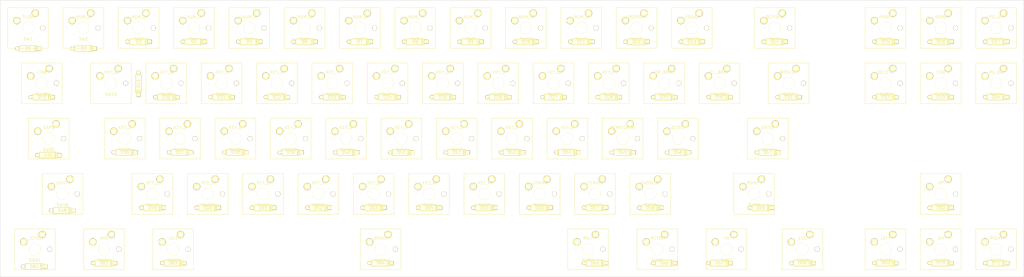
<source format=kicad_pcb>
(kicad_pcb (version 3) (host pcbnew "(2014-jan-25)-product")
  (layers (15 F.Cu signal) (0 B.Cu signal) (18 B.Paste user) (19 F.Paste user) (20 B.SilkS user) (21 F.SilkS user) (22 B.Mask user) (23 F.Mask user) (28 Edge.Cuts user))
  (net 0 "")
  (net 1 /COL0)
  (net 2 "Net-(D1-Pad1)")
  (net 3 /COL1)
  (net 4 "Net-(D2-Pad1)")
  (net 5 /COL2)
  (net 6 "Net-(D3-Pad1)")
  (net 7 /COL3)
  (net 8 "Net-(D4-Pad1)")
  (net 9 /COL4)
  (net 10 "Net-(D5-Pad1)")
  (net 11 /COL5)
  (net 12 "Net-(D6-Pad1)")
  (net 13 /COL6)
  (net 14 "Net-(D7-Pad1)")
  (net 15 /COL7)
  (net 16 "Net-(D8-Pad1)")
  (net 17 /COL9)
  (net 18 "Net-(D9-Pad1)")
  (net 19 /COL10)
  (net 20 "Net-(D10-Pad1)")
  (net 21 /COL11)
  (net 22 "Net-(D11-Pad1)")
  (net 23 /COL12)
  (net 24 "Net-(D12-Pad1)")
  (net 25 /COL13)
  (net 26 "Net-(D13-Pad1)")
  (net 27 /COL14)
  (net 28 "Net-(D14-Pad1)")
  (net 29 /COL15)
  (net 30 "Net-(D15-Pad1)")
  (net 31 /COL16)
  (net 32 "Net-(D16-Pad1)")
  (net 33 /COL17)
  (net 34 "Net-(D17-Pad1)")
  (net 35 "Net-(D18-Pad1)")
  (net 36 "Net-(D19-Pad1)")
  (net 37 "Net-(D20-Pad1)")
  (net 38 "Net-(D21-Pad1)")
  (net 39 "Net-(D22-Pad1)")
  (net 40 "Net-(D23-Pad1)")
  (net 41 "Net-(D24-Pad1)")
  (net 42 "Net-(D25-Pad1)")
  (net 43 "Net-(D26-Pad1)")
  (net 44 "Net-(D27-Pad1)")
  (net 45 "Net-(D28-Pad1)")
  (net 46 "Net-(D29-Pad1)")
  (net 47 "Net-(D30-Pad1)")
  (net 48 "Net-(D31-Pad1)")
  (net 49 "Net-(D32-Pad1)")
  (net 50 "Net-(D33-Pad1)")
  (net 51 "Net-(D34-Pad1)")
  (net 52 "Net-(D35-Pad1)")
  (net 53 "Net-(D36-Pad1)")
  (net 54 "Net-(D37-Pad1)")
  (net 55 "Net-(D38-Pad1)")
  (net 56 "Net-(D39-Pad1)")
  (net 57 "Net-(D40-Pad1)")
  (net 58 "Net-(D41-Pad1)")
  (net 59 "Net-(D42-Pad1)")
  (net 60 "Net-(D43-Pad1)")
  (net 61 "Net-(D44-Pad1)")
  (net 62 "Net-(D45-Pad1)")
  (net 63 "Net-(D46-Pad1)")
  (net 64 "Net-(D47-Pad1)")
  (net 65 "Net-(D48-Pad1)")
  (net 66 "Net-(D49-Pad1)")
  (net 67 "Net-(D50-Pad1)")
  (net 68 "Net-(D51-Pad1)")
  (net 69 "Net-(D52-Pad1)")
  (net 70 "Net-(D53-Pad1)")
  (net 71 "Net-(D54-Pad1)")
  (net 72 "Net-(D55-Pad1)")
  (net 73 "Net-(D56-Pad1)")
  (net 74 "Net-(D57-Pad1)")
  (net 75 "Net-(D58-Pad1)")
  (net 76 "Net-(D59-Pad1)")
  (net 77 "Net-(D60-Pad1)")
  (net 78 "Net-(D61-Pad1)")
  (net 79 "Net-(D62-Pad1)")
  (net 80 "Net-(D63-Pad1)")
  (net 81 "Net-(D64-Pad1)")
  (net 82 "Net-(D65-Pad1)")
  (net 83 "Net-(D66-Pad1)")
  (net 84 "Net-(D67-Pad1)")
  (net 85 "Net-(D68-Pad1)")
  (net 86 "Net-(D69-Pad1)")
  (net 87 "Net-(D70-Pad1)")
  (net 88 "Net-(D71-Pad1)")
  (net 89 /ROW4)
  (net 90 /ROW3)
  (net 91 /ROW2)
  (net 92 /ROW1)
  (net 93 /ROW0)
  (module Discret:D3 (layer F.Cu) (at 28.702 35.687)
    (fp_text reference D1 (at 0 0) (layer F.SilkS) (effects (font (size 1.016 1.016) (thickness 0.2032))))
    (fp_text value DIODE hide)
    (pad 2 thru_hole rect (at 3.81 0) (size 1.397 1.397) (drill 0.8128) (layers *.Cu *.Mask F.SilkS) (net 1 /COL0))
    (pad 1 thru_hole circle (at -3.81 0) (size 1.397 1.397) (drill 0.8128) (layers *.Cu *.Mask F.SilkS) (net 2 "Net-(D1-Pad1)"))
  )
  (module Discret:D3 (layer F.Cu) (at 47.752 35.687)
    (fp_text reference D2 (at 0 0) (layer F.SilkS) (effects (font (size 1.016 1.016) (thickness 0.2032))))
    (fp_text value DIODE hide)
    (pad 2 thru_hole rect (at 3.81 0) (size 1.397 1.397) (drill 0.8128) (layers *.Cu *.Mask F.SilkS) (net 3 /COL1))
    (pad 1 thru_hole circle (at -3.81 0) (size 1.397 1.397) (drill 0.8128) (layers *.Cu *.Mask F.SilkS) (net 4 "Net-(D2-Pad1)"))
  )
  (module Discret:D3 (layer F.Cu) (at 66.675 33.3375)
    (fp_text reference D3 (at 0 0) (layer F.SilkS) (effects (font (size 1.016 1.016) (thickness 0.2032))))
    (fp_text value DIODE hide)
    (pad 2 thru_hole rect (at 3.81 0) (size 1.397 1.397) (drill 0.8128) (layers *.Cu *.Mask F.SilkS) (net 5 /COL2))
    (pad 1 thru_hole circle (at -3.81 0) (size 1.397 1.397) (drill 0.8128) (layers *.Cu *.Mask F.SilkS) (net 6 "Net-(D3-Pad1)"))
  )
  (module Discret:D3 (layer F.Cu) (at 85.725 33.3375)
    (fp_text reference D4 (at 0 0) (layer F.SilkS) (effects (font (size 1.016 1.016) (thickness 0.2032))))
    (fp_text value DIODE hide)
    (pad 2 thru_hole rect (at 3.81 0) (size 1.397 1.397) (drill 0.8128) (layers *.Cu *.Mask F.SilkS) (net 7 /COL3))
    (pad 1 thru_hole circle (at -3.81 0) (size 1.397 1.397) (drill 0.8128) (layers *.Cu *.Mask F.SilkS) (net 8 "Net-(D4-Pad1)"))
  )
  (module Discret:D3 (layer F.Cu) (at 104.775 33.3375)
    (fp_text reference D5 (at 0 0) (layer F.SilkS) (effects (font (size 1.016 1.016) (thickness 0.2032))))
    (fp_text value DIODE hide)
    (pad 2 thru_hole rect (at 3.81 0) (size 1.397 1.397) (drill 0.8128) (layers *.Cu *.Mask F.SilkS) (net 9 /COL4))
    (pad 1 thru_hole circle (at -3.81 0) (size 1.397 1.397) (drill 0.8128) (layers *.Cu *.Mask F.SilkS) (net 10 "Net-(D5-Pad1)"))
  )
  (module Discret:D3 (layer F.Cu) (at 123.825 33.3375)
    (fp_text reference D6 (at 0 0) (layer F.SilkS) (effects (font (size 1.016 1.016) (thickness 0.2032))))
    (fp_text value DIODE hide)
    (pad 2 thru_hole rect (at 3.81 0) (size 1.397 1.397) (drill 0.8128) (layers *.Cu *.Mask F.SilkS) (net 11 /COL5))
    (pad 1 thru_hole circle (at -3.81 0) (size 1.397 1.397) (drill 0.8128) (layers *.Cu *.Mask F.SilkS) (net 12 "Net-(D6-Pad1)"))
  )
  (module Discret:D3 (layer F.Cu) (at 142.875 33.3375)
    (fp_text reference D7 (at 0 0) (layer F.SilkS) (effects (font (size 1.016 1.016) (thickness 0.2032))))
    (fp_text value DIODE hide)
    (pad 2 thru_hole rect (at 3.81 0) (size 1.397 1.397) (drill 0.8128) (layers *.Cu *.Mask F.SilkS) (net 13 /COL6))
    (pad 1 thru_hole circle (at -3.81 0) (size 1.397 1.397) (drill 0.8128) (layers *.Cu *.Mask F.SilkS) (net 14 "Net-(D7-Pad1)"))
  )
  (module Discret:D3 (layer F.Cu) (at 161.925 33.3375)
    (fp_text reference D8 (at 0 0) (layer F.SilkS) (effects (font (size 1.016 1.016) (thickness 0.2032))))
    (fp_text value DIODE hide)
    (pad 2 thru_hole rect (at 3.81 0) (size 1.397 1.397) (drill 0.8128) (layers *.Cu *.Mask F.SilkS) (net 15 /COL7))
    (pad 1 thru_hole circle (at -3.81 0) (size 1.397 1.397) (drill 0.8128) (layers *.Cu *.Mask F.SilkS) (net 16 "Net-(D8-Pad1)"))
  )
  (module Discret:D3 (layer F.Cu) (at 180.975 33.3375)
    (fp_text reference D9 (at 0 0) (layer F.SilkS) (effects (font (size 1.016 1.016) (thickness 0.2032))))
    (fp_text value DIODE hide)
    (pad 2 thru_hole rect (at 3.81 0) (size 1.397 1.397) (drill 0.8128) (layers *.Cu *.Mask F.SilkS) (net 17 /COL9))
    (pad 1 thru_hole circle (at -3.81 0) (size 1.397 1.397) (drill 0.8128) (layers *.Cu *.Mask F.SilkS) (net 18 "Net-(D9-Pad1)"))
  )
  (module Discret:D3 (layer F.Cu) (at 200.025 33.3375)
    (fp_text reference D10 (at 0 0) (layer F.SilkS) (effects (font (size 1.016 1.016) (thickness 0.2032))))
    (fp_text value DIODE hide)
    (pad 2 thru_hole rect (at 3.81 0) (size 1.397 1.397) (drill 0.8128) (layers *.Cu *.Mask F.SilkS) (net 19 /COL10))
    (pad 1 thru_hole circle (at -3.81 0) (size 1.397 1.397) (drill 0.8128) (layers *.Cu *.Mask F.SilkS) (net 20 "Net-(D10-Pad1)"))
  )
  (module Discret:D3 (layer F.Cu) (at 219.075 33.3375)
    (fp_text reference D11 (at 0 0) (layer F.SilkS) (effects (font (size 1.016 1.016) (thickness 0.2032))))
    (fp_text value DIODE hide)
    (pad 2 thru_hole rect (at 3.81 0) (size 1.397 1.397) (drill 0.8128) (layers *.Cu *.Mask F.SilkS) (net 21 /COL11))
    (pad 1 thru_hole circle (at -3.81 0) (size 1.397 1.397) (drill 0.8128) (layers *.Cu *.Mask F.SilkS) (net 22 "Net-(D11-Pad1)"))
  )
  (module Discret:D3 (layer F.Cu) (at 238.125 33.3375)
    (fp_text reference D12 (at 0 0) (layer F.SilkS) (effects (font (size 1.016 1.016) (thickness 0.2032))))
    (fp_text value DIODE hide)
    (pad 2 thru_hole rect (at 3.81 0) (size 1.397 1.397) (drill 0.8128) (layers *.Cu *.Mask F.SilkS) (net 23 /COL12))
    (pad 1 thru_hole circle (at -3.81 0) (size 1.397 1.397) (drill 0.8128) (layers *.Cu *.Mask F.SilkS) (net 24 "Net-(D12-Pad1)"))
  )
  (module Discret:D3 (layer F.Cu) (at 257.175 33.3375)
    (fp_text reference D13 (at 0 0) (layer F.SilkS) (effects (font (size 1.016 1.016) (thickness 0.2032))))
    (fp_text value DIODE hide)
    (pad 2 thru_hole rect (at 3.81 0) (size 1.397 1.397) (drill 0.8128) (layers *.Cu *.Mask F.SilkS) (net 25 /COL13))
    (pad 1 thru_hole circle (at -3.81 0) (size 1.397 1.397) (drill 0.8128) (layers *.Cu *.Mask F.SilkS) (net 26 "Net-(D13-Pad1)"))
  )
  (module Discret:D3 (layer F.Cu) (at 285.75 33.3375)
    (fp_text reference D14 (at 0 0) (layer F.SilkS) (effects (font (size 1.016 1.016) (thickness 0.2032))))
    (fp_text value DIODE hide)
    (pad 2 thru_hole rect (at 3.81 0) (size 1.397 1.397) (drill 0.8128) (layers *.Cu *.Mask F.SilkS) (net 27 /COL14))
    (pad 1 thru_hole circle (at -3.81 0) (size 1.397 1.397) (drill 0.8128) (layers *.Cu *.Mask F.SilkS) (net 28 "Net-(D14-Pad1)"))
  )
  (module Discret:D3 (layer F.Cu) (at 323.85 33.3375)
    (fp_text reference D15 (at 0 0) (layer F.SilkS) (effects (font (size 1.016 1.016) (thickness 0.2032))))
    (fp_text value DIODE hide)
    (pad 2 thru_hole rect (at 3.81 0) (size 1.397 1.397) (drill 0.8128) (layers *.Cu *.Mask F.SilkS) (net 29 /COL15))
    (pad 1 thru_hole circle (at -3.81 0) (size 1.397 1.397) (drill 0.8128) (layers *.Cu *.Mask F.SilkS) (net 30 "Net-(D15-Pad1)"))
  )
  (module Discret:D3 (layer F.Cu) (at 342.9 33.3375)
    (fp_text reference D16 (at 0 0) (layer F.SilkS) (effects (font (size 1.016 1.016) (thickness 0.2032))))
    (fp_text value DIODE hide)
    (pad 2 thru_hole rect (at 3.81 0) (size 1.397 1.397) (drill 0.8128) (layers *.Cu *.Mask F.SilkS) (net 31 /COL16))
    (pad 1 thru_hole circle (at -3.81 0) (size 1.397 1.397) (drill 0.8128) (layers *.Cu *.Mask F.SilkS) (net 32 "Net-(D16-Pad1)"))
  )
  (module Discret:D3 (layer F.Cu) (at 361.95 33.3375)
    (fp_text reference D17 (at 0 0) (layer F.SilkS) (effects (font (size 1.016 1.016) (thickness 0.2032))))
    (fp_text value DIODE hide)
    (pad 2 thru_hole rect (at 3.81 0) (size 1.397 1.397) (drill 0.8128) (layers *.Cu *.Mask F.SilkS) (net 33 /COL17))
    (pad 1 thru_hole circle (at -3.81 0) (size 1.397 1.397) (drill 0.8128) (layers *.Cu *.Mask F.SilkS) (net 34 "Net-(D17-Pad1)"))
  )
  (module Discret:D3 (layer F.Cu) (at 33.3375 52.3875)
    (fp_text reference D18 (at 0 0) (layer F.SilkS) (effects (font (size 1.016 1.016) (thickness 0.2032))))
    (fp_text value DIODE hide)
    (pad 2 thru_hole rect (at 3.81 0) (size 1.397 1.397) (drill 0.8128) (layers *.Cu *.Mask F.SilkS) (net 1 /COL0))
    (pad 1 thru_hole circle (at -3.81 0) (size 1.397 1.397) (drill 0.8128) (layers *.Cu *.Mask F.SilkS) (net 35 "Net-(D18-Pad1)"))
  )
  (module Discret:D3 (layer F.Cu) (at 66.675 47.752 270)
    (fp_text reference D19 (at 0 0 270) (layer F.SilkS) (effects (font (size 1.016 1.016) (thickness 0.2032))))
    (fp_text value DIODE hide)
    (pad 2 thru_hole rect (at 3.81 0 270) (size 1.397 1.397) (drill 0.8128) (layers *.Cu *.Mask F.SilkS) (net 3 /COL1))
    (pad 1 thru_hole circle (at -3.81 0 270) (size 1.397 1.397) (drill 0.8128) (layers *.Cu *.Mask F.SilkS) (net 36 "Net-(D19-Pad1)"))
  )
  (module Discret:D3 (layer F.Cu) (at 76.2 52.3875)
    (fp_text reference D20 (at 0 0) (layer F.SilkS) (effects (font (size 1.016 1.016) (thickness 0.2032))))
    (fp_text value DIODE hide)
    (pad 2 thru_hole rect (at 3.81 0) (size 1.397 1.397) (drill 0.8128) (layers *.Cu *.Mask F.SilkS) (net 5 /COL2))
    (pad 1 thru_hole circle (at -3.81 0) (size 1.397 1.397) (drill 0.8128) (layers *.Cu *.Mask F.SilkS) (net 37 "Net-(D20-Pad1)"))
  )
  (module Discret:D3 (layer F.Cu) (at 95.25 52.3875)
    (fp_text reference D21 (at 0 0) (layer F.SilkS) (effects (font (size 1.016 1.016) (thickness 0.2032))))
    (fp_text value DIODE hide)
    (pad 2 thru_hole rect (at 3.81 0) (size 1.397 1.397) (drill 0.8128) (layers *.Cu *.Mask F.SilkS) (net 7 /COL3))
    (pad 1 thru_hole circle (at -3.81 0) (size 1.397 1.397) (drill 0.8128) (layers *.Cu *.Mask F.SilkS) (net 38 "Net-(D21-Pad1)"))
  )
  (module Discret:D3 (layer F.Cu) (at 114.3 52.3875)
    (fp_text reference D22 (at 0 0) (layer F.SilkS) (effects (font (size 1.016 1.016) (thickness 0.2032))))
    (fp_text value DIODE hide)
    (pad 2 thru_hole rect (at 3.81 0) (size 1.397 1.397) (drill 0.8128) (layers *.Cu *.Mask F.SilkS) (net 9 /COL4))
    (pad 1 thru_hole circle (at -3.81 0) (size 1.397 1.397) (drill 0.8128) (layers *.Cu *.Mask F.SilkS) (net 39 "Net-(D22-Pad1)"))
  )
  (module Discret:D3 (layer F.Cu) (at 133.35 52.3875)
    (fp_text reference D23 (at 0 0) (layer F.SilkS) (effects (font (size 1.016 1.016) (thickness 0.2032))))
    (fp_text value DIODE hide)
    (pad 2 thru_hole rect (at 3.81 0) (size 1.397 1.397) (drill 0.8128) (layers *.Cu *.Mask F.SilkS) (net 11 /COL5))
    (pad 1 thru_hole circle (at -3.81 0) (size 1.397 1.397) (drill 0.8128) (layers *.Cu *.Mask F.SilkS) (net 40 "Net-(D23-Pad1)"))
  )
  (module Discret:D3 (layer F.Cu) (at 152.4 52.3875)
    (fp_text reference D24 (at 0 0) (layer F.SilkS) (effects (font (size 1.016 1.016) (thickness 0.2032))))
    (fp_text value DIODE hide)
    (pad 2 thru_hole rect (at 3.81 0) (size 1.397 1.397) (drill 0.8128) (layers *.Cu *.Mask F.SilkS) (net 13 /COL6))
    (pad 1 thru_hole circle (at -3.81 0) (size 1.397 1.397) (drill 0.8128) (layers *.Cu *.Mask F.SilkS) (net 41 "Net-(D24-Pad1)"))
  )
  (module Discret:D3 (layer F.Cu) (at 171.45 52.3875)
    (fp_text reference D25 (at 0 0) (layer F.SilkS) (effects (font (size 1.016 1.016) (thickness 0.2032))))
    (fp_text value DIODE hide)
    (pad 2 thru_hole rect (at 3.81 0) (size 1.397 1.397) (drill 0.8128) (layers *.Cu *.Mask F.SilkS) (net 15 /COL7))
    (pad 1 thru_hole circle (at -3.81 0) (size 1.397 1.397) (drill 0.8128) (layers *.Cu *.Mask F.SilkS) (net 42 "Net-(D25-Pad1)"))
  )
  (module Discret:D3 (layer F.Cu) (at 190.5 52.3875)
    (fp_text reference D26 (at 0 0) (layer F.SilkS) (effects (font (size 1.016 1.016) (thickness 0.2032))))
    (fp_text value DIODE hide)
    (pad 2 thru_hole rect (at 3.81 0) (size 1.397 1.397) (drill 0.8128) (layers *.Cu *.Mask F.SilkS) (net 17 /COL9))
    (pad 1 thru_hole circle (at -3.81 0) (size 1.397 1.397) (drill 0.8128) (layers *.Cu *.Mask F.SilkS) (net 43 "Net-(D26-Pad1)"))
  )
  (module Discret:D3 (layer F.Cu) (at 209.55 52.3875)
    (fp_text reference D27 (at 0 0) (layer F.SilkS) (effects (font (size 1.016 1.016) (thickness 0.2032))))
    (fp_text value DIODE hide)
    (pad 2 thru_hole rect (at 3.81 0) (size 1.397 1.397) (drill 0.8128) (layers *.Cu *.Mask F.SilkS) (net 19 /COL10))
    (pad 1 thru_hole circle (at -3.81 0) (size 1.397 1.397) (drill 0.8128) (layers *.Cu *.Mask F.SilkS) (net 44 "Net-(D27-Pad1)"))
  )
  (module Discret:D3 (layer F.Cu) (at 228.6 52.3875)
    (fp_text reference D28 (at 0 0) (layer F.SilkS) (effects (font (size 1.016 1.016) (thickness 0.2032))))
    (fp_text value DIODE hide)
    (pad 2 thru_hole rect (at 3.81 0) (size 1.397 1.397) (drill 0.8128) (layers *.Cu *.Mask F.SilkS) (net 21 /COL11))
    (pad 1 thru_hole circle (at -3.81 0) (size 1.397 1.397) (drill 0.8128) (layers *.Cu *.Mask F.SilkS) (net 45 "Net-(D28-Pad1)"))
  )
  (module Discret:D3 (layer F.Cu) (at 247.65 52.3875)
    (fp_text reference D29 (at 0 0) (layer F.SilkS) (effects (font (size 1.016 1.016) (thickness 0.2032))))
    (fp_text value DIODE hide)
    (pad 2 thru_hole rect (at 3.81 0) (size 1.397 1.397) (drill 0.8128) (layers *.Cu *.Mask F.SilkS) (net 23 /COL12))
    (pad 1 thru_hole circle (at -3.81 0) (size 1.397 1.397) (drill 0.8128) (layers *.Cu *.Mask F.SilkS) (net 46 "Net-(D29-Pad1)"))
  )
  (module Discret:D3 (layer F.Cu) (at 266.7 52.3875)
    (fp_text reference D30 (at 0 0) (layer F.SilkS) (effects (font (size 1.016 1.016) (thickness 0.2032))))
    (fp_text value DIODE hide)
    (pad 2 thru_hole rect (at 3.81 0) (size 1.397 1.397) (drill 0.8128) (layers *.Cu *.Mask F.SilkS) (net 25 /COL13))
    (pad 1 thru_hole circle (at -3.81 0) (size 1.397 1.397) (drill 0.8128) (layers *.Cu *.Mask F.SilkS) (net 47 "Net-(D30-Pad1)"))
  )
  (module Discret:D3 (layer F.Cu) (at 290.5125 52.3875)
    (fp_text reference D31 (at 0 0) (layer F.SilkS) (effects (font (size 1.016 1.016) (thickness 0.2032))))
    (fp_text value DIODE hide)
    (pad 2 thru_hole rect (at 3.81 0) (size 1.397 1.397) (drill 0.8128) (layers *.Cu *.Mask F.SilkS) (net 27 /COL14))
    (pad 1 thru_hole circle (at -3.81 0) (size 1.397 1.397) (drill 0.8128) (layers *.Cu *.Mask F.SilkS) (net 48 "Net-(D31-Pad1)"))
  )
  (module Discret:D3 (layer F.Cu) (at 323.85 52.3875)
    (fp_text reference D32 (at 0 0) (layer F.SilkS) (effects (font (size 1.016 1.016) (thickness 0.2032))))
    (fp_text value DIODE hide)
    (pad 2 thru_hole rect (at 3.81 0) (size 1.397 1.397) (drill 0.8128) (layers *.Cu *.Mask F.SilkS) (net 29 /COL15))
    (pad 1 thru_hole circle (at -3.81 0) (size 1.397 1.397) (drill 0.8128) (layers *.Cu *.Mask F.SilkS) (net 49 "Net-(D32-Pad1)"))
  )
  (module Discret:D3 (layer F.Cu) (at 342.9 52.3875)
    (fp_text reference D33 (at 0 0) (layer F.SilkS) (effects (font (size 1.016 1.016) (thickness 0.2032))))
    (fp_text value DIODE hide)
    (pad 2 thru_hole rect (at 3.81 0) (size 1.397 1.397) (drill 0.8128) (layers *.Cu *.Mask F.SilkS) (net 31 /COL16))
    (pad 1 thru_hole circle (at -3.81 0) (size 1.397 1.397) (drill 0.8128) (layers *.Cu *.Mask F.SilkS) (net 50 "Net-(D33-Pad1)"))
  )
  (module Discret:D3 (layer F.Cu) (at 361.95 52.3875)
    (fp_text reference D34 (at 0 0) (layer F.SilkS) (effects (font (size 1.016 1.016) (thickness 0.2032))))
    (fp_text value DIODE hide)
    (pad 2 thru_hole rect (at 3.81 0) (size 1.397 1.397) (drill 0.8128) (layers *.Cu *.Mask F.SilkS) (net 33 /COL17))
    (pad 1 thru_hole circle (at -3.81 0) (size 1.397 1.397) (drill 0.8128) (layers *.Cu *.Mask F.SilkS) (net 51 "Net-(D34-Pad1)"))
  )
  (module Discret:D3 (layer F.Cu) (at 35.56 72.39)
    (fp_text reference D35 (at 0 0) (layer F.SilkS) (effects (font (size 1.016 1.016) (thickness 0.2032))))
    (fp_text value DIODE hide)
    (pad 2 thru_hole rect (at 3.81 0) (size 1.397 1.397) (drill 0.8128) (layers *.Cu *.Mask F.SilkS) (net 1 /COL0))
    (pad 1 thru_hole circle (at -3.81 0) (size 1.397 1.397) (drill 0.8128) (layers *.Cu *.Mask F.SilkS) (net 52 "Net-(D35-Pad1)"))
  )
  (module Discret:D3 (layer F.Cu) (at 61.9125 71.4375)
    (fp_text reference D36 (at 0 0) (layer F.SilkS) (effects (font (size 1.016 1.016) (thickness 0.2032))))
    (fp_text value DIODE hide)
    (pad 2 thru_hole rect (at 3.81 0) (size 1.397 1.397) (drill 0.8128) (layers *.Cu *.Mask F.SilkS) (net 3 /COL1))
    (pad 1 thru_hole circle (at -3.81 0) (size 1.397 1.397) (drill 0.8128) (layers *.Cu *.Mask F.SilkS) (net 53 "Net-(D36-Pad1)"))
  )
  (module Discret:D3 (layer F.Cu) (at 80.9625 71.4375)
    (fp_text reference D37 (at 0 0) (layer F.SilkS) (effects (font (size 1.016 1.016) (thickness 0.2032))))
    (fp_text value DIODE hide)
    (pad 2 thru_hole rect (at 3.81 0) (size 1.397 1.397) (drill 0.8128) (layers *.Cu *.Mask F.SilkS) (net 5 /COL2))
    (pad 1 thru_hole circle (at -3.81 0) (size 1.397 1.397) (drill 0.8128) (layers *.Cu *.Mask F.SilkS) (net 54 "Net-(D37-Pad1)"))
  )
  (module Discret:D3 (layer F.Cu) (at 100.0125 71.4375)
    (fp_text reference D38 (at 0 0) (layer F.SilkS) (effects (font (size 1.016 1.016) (thickness 0.2032))))
    (fp_text value DIODE hide)
    (pad 2 thru_hole rect (at 3.81 0) (size 1.397 1.397) (drill 0.8128) (layers *.Cu *.Mask F.SilkS) (net 7 /COL3))
    (pad 1 thru_hole circle (at -3.81 0) (size 1.397 1.397) (drill 0.8128) (layers *.Cu *.Mask F.SilkS) (net 55 "Net-(D38-Pad1)"))
  )
  (module Discret:D3 (layer F.Cu) (at 119.0625 71.4375)
    (fp_text reference D39 (at 0 0) (layer F.SilkS) (effects (font (size 1.016 1.016) (thickness 0.2032))))
    (fp_text value DIODE hide)
    (pad 2 thru_hole rect (at 3.81 0) (size 1.397 1.397) (drill 0.8128) (layers *.Cu *.Mask F.SilkS) (net 9 /COL4))
    (pad 1 thru_hole circle (at -3.81 0) (size 1.397 1.397) (drill 0.8128) (layers *.Cu *.Mask F.SilkS) (net 56 "Net-(D39-Pad1)"))
  )
  (module Discret:D3 (layer F.Cu) (at 138.1125 71.4375)
    (fp_text reference D40 (at 0 0) (layer F.SilkS) (effects (font (size 1.016 1.016) (thickness 0.2032))))
    (fp_text value DIODE hide)
    (pad 2 thru_hole rect (at 3.81 0) (size 1.397 1.397) (drill 0.8128) (layers *.Cu *.Mask F.SilkS) (net 11 /COL5))
    (pad 1 thru_hole circle (at -3.81 0) (size 1.397 1.397) (drill 0.8128) (layers *.Cu *.Mask F.SilkS) (net 57 "Net-(D40-Pad1)"))
  )
  (module Discret:D3 (layer F.Cu) (at 157.1625 71.4375)
    (fp_text reference D41 (at 0 0) (layer F.SilkS) (effects (font (size 1.016 1.016) (thickness 0.2032))))
    (fp_text value DIODE hide)
    (pad 2 thru_hole rect (at 3.81 0) (size 1.397 1.397) (drill 0.8128) (layers *.Cu *.Mask F.SilkS) (net 13 /COL6))
    (pad 1 thru_hole circle (at -3.81 0) (size 1.397 1.397) (drill 0.8128) (layers *.Cu *.Mask F.SilkS) (net 58 "Net-(D41-Pad1)"))
  )
  (module Discret:D3 (layer F.Cu) (at 176.2125 71.4375)
    (fp_text reference D42 (at 0 0) (layer F.SilkS) (effects (font (size 1.016 1.016) (thickness 0.2032))))
    (fp_text value DIODE hide)
    (pad 2 thru_hole rect (at 3.81 0) (size 1.397 1.397) (drill 0.8128) (layers *.Cu *.Mask F.SilkS) (net 15 /COL7))
    (pad 1 thru_hole circle (at -3.81 0) (size 1.397 1.397) (drill 0.8128) (layers *.Cu *.Mask F.SilkS) (net 59 "Net-(D42-Pad1)"))
  )
  (module Discret:D3 (layer F.Cu) (at 195.2625 71.4375)
    (fp_text reference D43 (at 0 0) (layer F.SilkS) (effects (font (size 1.016 1.016) (thickness 0.2032))))
    (fp_text value DIODE hide)
    (pad 2 thru_hole rect (at 3.81 0) (size 1.397 1.397) (drill 0.8128) (layers *.Cu *.Mask F.SilkS) (net 17 /COL9))
    (pad 1 thru_hole circle (at -3.81 0) (size 1.397 1.397) (drill 0.8128) (layers *.Cu *.Mask F.SilkS) (net 60 "Net-(D43-Pad1)"))
  )
  (module Discret:D3 (layer F.Cu) (at 214.3125 71.4375)
    (fp_text reference D44 (at 0 0) (layer F.SilkS) (effects (font (size 1.016 1.016) (thickness 0.2032))))
    (fp_text value DIODE hide)
    (pad 2 thru_hole rect (at 3.81 0) (size 1.397 1.397) (drill 0.8128) (layers *.Cu *.Mask F.SilkS) (net 19 /COL10))
    (pad 1 thru_hole circle (at -3.81 0) (size 1.397 1.397) (drill 0.8128) (layers *.Cu *.Mask F.SilkS) (net 61 "Net-(D44-Pad1)"))
  )
  (module Discret:D3 (layer F.Cu) (at 233.3625 71.4375)
    (fp_text reference D45 (at 0 0) (layer F.SilkS) (effects (font (size 1.016 1.016) (thickness 0.2032))))
    (fp_text value DIODE hide)
    (pad 2 thru_hole rect (at 3.81 0) (size 1.397 1.397) (drill 0.8128) (layers *.Cu *.Mask F.SilkS) (net 21 /COL11))
    (pad 1 thru_hole circle (at -3.81 0) (size 1.397 1.397) (drill 0.8128) (layers *.Cu *.Mask F.SilkS) (net 62 "Net-(D45-Pad1)"))
  )
  (module Discret:D3 (layer F.Cu) (at 252.4125 71.4375)
    (fp_text reference D46 (at 0 0) (layer F.SilkS) (effects (font (size 1.016 1.016) (thickness 0.2032))))
    (fp_text value DIODE hide)
    (pad 2 thru_hole rect (at 3.81 0) (size 1.397 1.397) (drill 0.8128) (layers *.Cu *.Mask F.SilkS) (net 23 /COL12))
    (pad 1 thru_hole circle (at -3.81 0) (size 1.397 1.397) (drill 0.8128) (layers *.Cu *.Mask F.SilkS) (net 63 "Net-(D46-Pad1)"))
  )
  (module Discret:D3 (layer F.Cu) (at 283.36875 71.4375)
    (fp_text reference D47 (at 0 0) (layer F.SilkS) (effects (font (size 1.016 1.016) (thickness 0.2032))))
    (fp_text value DIODE hide)
    (pad 2 thru_hole rect (at 3.81 0) (size 1.397 1.397) (drill 0.8128) (layers *.Cu *.Mask F.SilkS) (net 25 /COL13))
    (pad 1 thru_hole circle (at -3.81 0) (size 1.397 1.397) (drill 0.8128) (layers *.Cu *.Mask F.SilkS) (net 64 "Net-(D47-Pad1)"))
  )
  (module Discret:D3 (layer F.Cu) (at 40.386 91.44)
    (fp_text reference D48 (at 0 0) (layer F.SilkS) (effects (font (size 1.016 1.016) (thickness 0.2032))))
    (fp_text value DIODE hide)
    (pad 2 thru_hole rect (at 3.81 0) (size 1.397 1.397) (drill 0.8128) (layers *.Cu *.Mask F.SilkS) (net 1 /COL0))
    (pad 1 thru_hole circle (at -3.81 0) (size 1.397 1.397) (drill 0.8128) (layers *.Cu *.Mask F.SilkS) (net 65 "Net-(D48-Pad1)"))
  )
  (module Discret:D3 (layer F.Cu) (at 71.4375 90.4875)
    (fp_text reference D49 (at 0 0) (layer F.SilkS) (effects (font (size 1.016 1.016) (thickness 0.2032))))
    (fp_text value DIODE hide)
    (pad 2 thru_hole rect (at 3.81 0) (size 1.397 1.397) (drill 0.8128) (layers *.Cu *.Mask F.SilkS) (net 5 /COL2))
    (pad 1 thru_hole circle (at -3.81 0) (size 1.397 1.397) (drill 0.8128) (layers *.Cu *.Mask F.SilkS) (net 66 "Net-(D49-Pad1)"))
  )
  (module Discret:D3 (layer F.Cu) (at 90.4875 90.4875)
    (fp_text reference D50 (at 0 0) (layer F.SilkS) (effects (font (size 1.016 1.016) (thickness 0.2032))))
    (fp_text value DIODE hide)
    (pad 2 thru_hole rect (at 3.81 0) (size 1.397 1.397) (drill 0.8128) (layers *.Cu *.Mask F.SilkS) (net 7 /COL3))
    (pad 1 thru_hole circle (at -3.81 0) (size 1.397 1.397) (drill 0.8128) (layers *.Cu *.Mask F.SilkS) (net 67 "Net-(D50-Pad1)"))
  )
  (module Discret:D3 (layer F.Cu) (at 109.5375 90.4875)
    (fp_text reference D51 (at 0 0) (layer F.SilkS) (effects (font (size 1.016 1.016) (thickness 0.2032))))
    (fp_text value DIODE hide)
    (pad 2 thru_hole rect (at 3.81 0) (size 1.397 1.397) (drill 0.8128) (layers *.Cu *.Mask F.SilkS) (net 9 /COL4))
    (pad 1 thru_hole circle (at -3.81 0) (size 1.397 1.397) (drill 0.8128) (layers *.Cu *.Mask F.SilkS) (net 68 "Net-(D51-Pad1)"))
  )
  (module Discret:D3 (layer F.Cu) (at 128.5875 90.4875)
    (fp_text reference D52 (at 0 0) (layer F.SilkS) (effects (font (size 1.016 1.016) (thickness 0.2032))))
    (fp_text value DIODE hide)
    (pad 2 thru_hole rect (at 3.81 0) (size 1.397 1.397) (drill 0.8128) (layers *.Cu *.Mask F.SilkS) (net 11 /COL5))
    (pad 1 thru_hole circle (at -3.81 0) (size 1.397 1.397) (drill 0.8128) (layers *.Cu *.Mask F.SilkS) (net 69 "Net-(D52-Pad1)"))
  )
  (module Discret:D3 (layer F.Cu) (at 147.6375 90.4875)
    (fp_text reference D53 (at 0 0) (layer F.SilkS) (effects (font (size 1.016 1.016) (thickness 0.2032))))
    (fp_text value DIODE hide)
    (pad 2 thru_hole rect (at 3.81 0) (size 1.397 1.397) (drill 0.8128) (layers *.Cu *.Mask F.SilkS) (net 13 /COL6))
    (pad 1 thru_hole circle (at -3.81 0) (size 1.397 1.397) (drill 0.8128) (layers *.Cu *.Mask F.SilkS) (net 70 "Net-(D53-Pad1)"))
  )
  (module Discret:D3 (layer F.Cu) (at 166.6875 90.4875)
    (fp_text reference D54 (at 0 0) (layer F.SilkS) (effects (font (size 1.016 1.016) (thickness 0.2032))))
    (fp_text value DIODE hide)
    (pad 2 thru_hole rect (at 3.81 0) (size 1.397 1.397) (drill 0.8128) (layers *.Cu *.Mask F.SilkS) (net 15 /COL7))
    (pad 1 thru_hole circle (at -3.81 0) (size 1.397 1.397) (drill 0.8128) (layers *.Cu *.Mask F.SilkS) (net 71 "Net-(D54-Pad1)"))
  )
  (module Discret:D3 (layer F.Cu) (at 185.7375 90.4875)
    (fp_text reference D55 (at 0 0) (layer F.SilkS) (effects (font (size 1.016 1.016) (thickness 0.2032))))
    (fp_text value DIODE hide)
    (pad 2 thru_hole rect (at 3.81 0) (size 1.397 1.397) (drill 0.8128) (layers *.Cu *.Mask F.SilkS) (net 17 /COL9))
    (pad 1 thru_hole circle (at -3.81 0) (size 1.397 1.397) (drill 0.8128) (layers *.Cu *.Mask F.SilkS) (net 72 "Net-(D55-Pad1)"))
  )
  (module Discret:D3 (layer F.Cu) (at 204.7875 90.4875)
    (fp_text reference D56 (at 0 0) (layer F.SilkS) (effects (font (size 1.016 1.016) (thickness 0.2032))))
    (fp_text value DIODE hide)
    (pad 2 thru_hole rect (at 3.81 0) (size 1.397 1.397) (drill 0.8128) (layers *.Cu *.Mask F.SilkS) (net 19 /COL10))
    (pad 1 thru_hole circle (at -3.81 0) (size 1.397 1.397) (drill 0.8128) (layers *.Cu *.Mask F.SilkS) (net 73 "Net-(D56-Pad1)"))
  )
  (module Discret:D3 (layer F.Cu) (at 223.8375 90.4875)
    (fp_text reference D57 (at 0 0) (layer F.SilkS) (effects (font (size 1.016 1.016) (thickness 0.2032))))
    (fp_text value DIODE hide)
    (pad 2 thru_hole rect (at 3.81 0) (size 1.397 1.397) (drill 0.8128) (layers *.Cu *.Mask F.SilkS) (net 21 /COL11))
    (pad 1 thru_hole circle (at -3.81 0) (size 1.397 1.397) (drill 0.8128) (layers *.Cu *.Mask F.SilkS) (net 74 "Net-(D57-Pad1)"))
  )
  (module Discret:D3 (layer F.Cu) (at 242.8875 90.4875)
    (fp_text reference D58 (at 0 0) (layer F.SilkS) (effects (font (size 1.016 1.016) (thickness 0.2032))))
    (fp_text value DIODE hide)
    (pad 2 thru_hole rect (at 3.81 0) (size 1.397 1.397) (drill 0.8128) (layers *.Cu *.Mask F.SilkS) (net 23 /COL12))
    (pad 1 thru_hole circle (at -3.81 0) (size 1.397 1.397) (drill 0.8128) (layers *.Cu *.Mask F.SilkS) (net 75 "Net-(D58-Pad1)"))
  )
  (module Discret:D3 (layer F.Cu) (at 280.9875 90.4875)
    (fp_text reference D59 (at 0 0) (layer F.SilkS) (effects (font (size 1.016 1.016) (thickness 0.2032))))
    (fp_text value DIODE hide)
    (pad 2 thru_hole rect (at 3.81 0) (size 1.397 1.397) (drill 0.8128) (layers *.Cu *.Mask F.SilkS) (net 27 /COL14))
    (pad 1 thru_hole circle (at -3.81 0) (size 1.397 1.397) (drill 0.8128) (layers *.Cu *.Mask F.SilkS) (net 76 "Net-(D59-Pad1)"))
  )
  (module Discret:D3 (layer F.Cu) (at 342.9 90.4875)
    (fp_text reference D60 (at 0 0) (layer F.SilkS) (effects (font (size 1.016 1.016) (thickness 0.2032))))
    (fp_text value DIODE hide)
    (pad 2 thru_hole rect (at 3.81 0) (size 1.397 1.397) (drill 0.8128) (layers *.Cu *.Mask F.SilkS) (net 31 /COL16))
    (pad 1 thru_hole circle (at -3.81 0) (size 1.397 1.397) (drill 0.8128) (layers *.Cu *.Mask F.SilkS) (net 77 "Net-(D60-Pad1)"))
  )
  (module Discret:D3 (layer F.Cu) (at 30.734 110.744)
    (fp_text reference D61 (at 0 0) (layer F.SilkS) (effects (font (size 1.016 1.016) (thickness 0.2032))))
    (fp_text value DIODE hide)
    (pad 2 thru_hole rect (at 3.81 0) (size 1.397 1.397) (drill 0.8128) (layers *.Cu *.Mask F.SilkS) (net 1 /COL0))
    (pad 1 thru_hole circle (at -3.81 0) (size 1.397 1.397) (drill 0.8128) (layers *.Cu *.Mask F.SilkS) (net 78 "Net-(D61-Pad1)"))
  )
  (module Discret:D3 (layer F.Cu) (at 54.76875 109.5375)
    (fp_text reference D62 (at 0 0) (layer F.SilkS) (effects (font (size 1.016 1.016) (thickness 0.2032))))
    (fp_text value DIODE hide)
    (pad 2 thru_hole rect (at 3.81 0) (size 1.397 1.397) (drill 0.8128) (layers *.Cu *.Mask F.SilkS) (net 3 /COL1))
    (pad 1 thru_hole circle (at -3.81 0) (size 1.397 1.397) (drill 0.8128) (layers *.Cu *.Mask F.SilkS) (net 79 "Net-(D62-Pad1)"))
  )
  (module Discret:D3 (layer F.Cu) (at 78.58125 109.5375)
    (fp_text reference D63 (at 0 0) (layer F.SilkS) (effects (font (size 1.016 1.016) (thickness 0.2032))))
    (fp_text value DIODE hide)
    (pad 2 thru_hole rect (at 3.81 0) (size 1.397 1.397) (drill 0.8128) (layers *.Cu *.Mask F.SilkS) (net 5 /COL2))
    (pad 1 thru_hole circle (at -3.81 0) (size 1.397 1.397) (drill 0.8128) (layers *.Cu *.Mask F.SilkS) (net 80 "Net-(D63-Pad1)"))
  )
  (module Discret:D3 (layer F.Cu) (at 150.01875 109.5375)
    (fp_text reference D64 (at 0 0) (layer F.SilkS) (effects (font (size 1.016 1.016) (thickness 0.2032))))
    (fp_text value DIODE hide)
    (pad 2 thru_hole rect (at 3.81 0) (size 1.397 1.397) (drill 0.8128) (layers *.Cu *.Mask F.SilkS) (net 13 /COL6))
    (pad 1 thru_hole circle (at -3.81 0) (size 1.397 1.397) (drill 0.8128) (layers *.Cu *.Mask F.SilkS) (net 81 "Net-(D64-Pad1)"))
  )
  (module Discret:D3 (layer F.Cu) (at 223.8375 109.5375)
    (fp_text reference D65 (at 0 0) (layer F.SilkS) (effects (font (size 1.016 1.016) (thickness 0.2032))))
    (fp_text value DIODE hide)
    (pad 2 thru_hole rect (at 3.81 0) (size 1.397 1.397) (drill 0.8128) (layers *.Cu *.Mask F.SilkS) (net 21 /COL11))
    (pad 1 thru_hole circle (at -3.81 0) (size 1.397 1.397) (drill 0.8128) (layers *.Cu *.Mask F.SilkS) (net 82 "Net-(D65-Pad1)"))
  )
  (module Discret:D3 (layer F.Cu) (at 247.65 109.5375)
    (fp_text reference D66 (at 0 0) (layer F.SilkS) (effects (font (size 1.016 1.016) (thickness 0.2032))))
    (fp_text value DIODE hide)
    (pad 2 thru_hole rect (at 3.81 0) (size 1.397 1.397) (drill 0.8128) (layers *.Cu *.Mask F.SilkS) (net 23 /COL12))
    (pad 1 thru_hole circle (at -3.81 0) (size 1.397 1.397) (drill 0.8128) (layers *.Cu *.Mask F.SilkS) (net 83 "Net-(D66-Pad1)"))
  )
  (module Discret:D3 (layer F.Cu) (at 266.7 109.5375)
    (fp_text reference D67 (at 0 0) (layer F.SilkS) (effects (font (size 1.016 1.016) (thickness 0.2032))))
    (fp_text value DIODE hide)
    (pad 2 thru_hole rect (at 3.81 0) (size 1.397 1.397) (drill 0.8128) (layers *.Cu *.Mask F.SilkS) (net 25 /COL13))
    (pad 1 thru_hole circle (at -3.81 0) (size 1.397 1.397) (drill 0.8128) (layers *.Cu *.Mask F.SilkS) (net 84 "Net-(D67-Pad1)"))
  )
  (module Discret:D3 (layer F.Cu) (at 295.275 109.5375)
    (fp_text reference D68 (at 0 0) (layer F.SilkS) (effects (font (size 1.016 1.016) (thickness 0.2032))))
    (fp_text value DIODE hide)
    (pad 2 thru_hole rect (at 3.81 0) (size 1.397 1.397) (drill 0.8128) (layers *.Cu *.Mask F.SilkS) (net 27 /COL14))
    (pad 1 thru_hole circle (at -3.81 0) (size 1.397 1.397) (drill 0.8128) (layers *.Cu *.Mask F.SilkS) (net 85 "Net-(D68-Pad1)"))
  )
  (module Discret:D3 (layer F.Cu) (at 323.85 109.5375)
    (fp_text reference D69 (at 0 0) (layer F.SilkS) (effects (font (size 1.016 1.016) (thickness 0.2032))))
    (fp_text value DIODE hide)
    (pad 2 thru_hole rect (at 3.81 0) (size 1.397 1.397) (drill 0.8128) (layers *.Cu *.Mask F.SilkS) (net 29 /COL15))
    (pad 1 thru_hole circle (at -3.81 0) (size 1.397 1.397) (drill 0.8128) (layers *.Cu *.Mask F.SilkS) (net 86 "Net-(D69-Pad1)"))
  )
  (module Discret:D3 (layer F.Cu) (at 342.9 109.5375)
    (fp_text reference D70 (at 0 0) (layer F.SilkS) (effects (font (size 1.016 1.016) (thickness 0.2032))))
    (fp_text value DIODE hide)
    (pad 2 thru_hole rect (at 3.81 0) (size 1.397 1.397) (drill 0.8128) (layers *.Cu *.Mask F.SilkS) (net 31 /COL16))
    (pad 1 thru_hole circle (at -3.81 0) (size 1.397 1.397) (drill 0.8128) (layers *.Cu *.Mask F.SilkS) (net 87 "Net-(D70-Pad1)"))
  )
  (module Discret:D3 (layer F.Cu) (at 361.95 109.5375)
    (fp_text reference D71 (at 0 0) (layer F.SilkS) (effects (font (size 1.016 1.016) (thickness 0.2032))))
    (fp_text value DIODE hide)
    (pad 2 thru_hole rect (at 3.81 0) (size 1.397 1.397) (drill 0.8128) (layers *.Cu *.Mask F.SilkS) (net 33 /COL17))
    (pad 1 thru_hole circle (at -3.81 0) (size 1.397 1.397) (drill 0.8128) (layers *.Cu *.Mask F.SilkS) (net 88 "Net-(D71-Pad1)"))
  )
  (module Keyboard:KEYMODULE_MX_PINS (layer F.Cu) (at 28.575 28.575)
    (fp_text reference SW1 (at 0 3.81) (layer F.SilkS))
    (fp_text value TILDE (at 0 -3.81) (layer F.SilkS))
    (pad 2 thru_hole circle (at -3.81 -2.54) (size 2.5 2.5) (drill 1.5) (layers *.Cu *.Mask F.SilkS) (net 2 "Net-(D1-Pad1)"))
    (pad 1 thru_hole circle (at 2.54 -5.08) (size 2.5 2.5) (drill 1.5) (layers *.Cu *.Mask F.SilkS) (net 89 /ROW4))
    (pad "" np_thru_hole circle (at 0 0) (size 4 4) (drill 4) (layers *.Cu *.Mask F.SilkS))
    (pad "" np_thru_hole circle (at 5.08 0) (size 1.7 1.7) (drill 1.5) (layers *.Cu *.Mask F.SilkS))
    (pad "" np_thru_hole circle (at -5.08 0) (size 1.7 1.7) (drill 1.7) (layers *.Cu *.Mask F.SilkS))
  )
  (module Keyboard:KEYMODULE_MX_PINS (layer F.Cu) (at 361.95 28.575)
    (fp_text reference SW17 (at 0 3.81) (layer F.SilkS))
    (fp_text value PG_UP (at 0 -3.81) (layer F.SilkS))
    (pad 2 thru_hole circle (at -3.81 -2.54) (size 2.5 2.5) (drill 1.5) (layers *.Cu *.Mask F.SilkS) (net 34 "Net-(D17-Pad1)"))
    (pad 1 thru_hole circle (at 2.54 -5.08) (size 2.5 2.5) (drill 1.5) (layers *.Cu *.Mask F.SilkS) (net 89 /ROW4))
    (pad "" np_thru_hole circle (at 0 0) (size 4 4) (drill 4) (layers *.Cu *.Mask F.SilkS))
    (pad "" np_thru_hole circle (at 5.08 0) (size 1.7 1.7) (drill 1.5) (layers *.Cu *.Mask F.SilkS))
    (pad "" np_thru_hole circle (at -5.08 0) (size 1.7 1.7) (drill 1.7) (layers *.Cu *.Mask F.SilkS))
  )
  (module Keyboard:KEYMODULE_MX_PINS (layer F.Cu) (at 342.9 28.575)
    (fp_text reference SW16 (at 0 3.81) (layer F.SilkS))
    (fp_text value HOME (at 0 -3.81) (layer F.SilkS))
    (pad 2 thru_hole circle (at -3.81 -2.54) (size 2.5 2.5) (drill 1.5) (layers *.Cu *.Mask F.SilkS) (net 32 "Net-(D16-Pad1)"))
    (pad 1 thru_hole circle (at 2.54 -5.08) (size 2.5 2.5) (drill 1.5) (layers *.Cu *.Mask F.SilkS) (net 89 /ROW4))
    (pad "" np_thru_hole circle (at 0 0) (size 4 4) (drill 4) (layers *.Cu *.Mask F.SilkS))
    (pad "" np_thru_hole circle (at 5.08 0) (size 1.7 1.7) (drill 1.5) (layers *.Cu *.Mask F.SilkS))
    (pad "" np_thru_hole circle (at -5.08 0) (size 1.7 1.7) (drill 1.7) (layers *.Cu *.Mask F.SilkS))
  )
  (module Keyboard:KEYMODULE_MX_PINS (layer F.Cu) (at 323.85 28.575)
    (fp_text reference SW15 (at 0 3.81) (layer F.SilkS))
    (fp_text value INSRT (at 0 -3.81) (layer F.SilkS))
    (pad 2 thru_hole circle (at -3.81 -2.54) (size 2.5 2.5) (drill 1.5) (layers *.Cu *.Mask F.SilkS) (net 30 "Net-(D15-Pad1)"))
    (pad 1 thru_hole circle (at 2.54 -5.08) (size 2.5 2.5) (drill 1.5) (layers *.Cu *.Mask F.SilkS) (net 89 /ROW4))
    (pad "" np_thru_hole circle (at 0 0) (size 4 4) (drill 4) (layers *.Cu *.Mask F.SilkS))
    (pad "" np_thru_hole circle (at 5.08 0) (size 1.7 1.7) (drill 1.5) (layers *.Cu *.Mask F.SilkS))
    (pad "" np_thru_hole circle (at -5.08 0) (size 1.7 1.7) (drill 1.7) (layers *.Cu *.Mask F.SilkS))
  )
  (module Keyboard:KEYMODULE_MX_PINS (layer F.Cu) (at 285.75 28.575)
    (fp_text reference SW14 (at 0 3.81) (layer F.SilkS))
    (fp_text value BCKSPC (at 0 -3.81) (layer F.SilkS))
    (pad 2 thru_hole circle (at -3.81 -2.54) (size 2.5 2.5) (drill 1.5) (layers *.Cu *.Mask F.SilkS) (net 28 "Net-(D14-Pad1)"))
    (pad 1 thru_hole circle (at 2.54 -5.08) (size 2.5 2.5) (drill 1.5) (layers *.Cu *.Mask F.SilkS) (net 89 /ROW4))
    (pad "" np_thru_hole circle (at 0 0) (size 4 4) (drill 4) (layers *.Cu *.Mask F.SilkS))
    (pad "" np_thru_hole circle (at 5.08 0) (size 1.7 1.7) (drill 1.5) (layers *.Cu *.Mask F.SilkS))
    (pad "" np_thru_hole circle (at -5.08 0) (size 1.7 1.7) (drill 1.7) (layers *.Cu *.Mask F.SilkS))
  )
  (module Keyboard:KEYMODULE_MX_PINS (layer F.Cu) (at 257.175 28.575)
    (fp_text reference SW13 (at 0 3.81) (layer F.SilkS))
    (fp_text value EQUAL (at 0 -3.81) (layer F.SilkS))
    (pad 2 thru_hole circle (at -3.81 -2.54) (size 2.5 2.5) (drill 1.5) (layers *.Cu *.Mask F.SilkS) (net 26 "Net-(D13-Pad1)"))
    (pad 1 thru_hole circle (at 2.54 -5.08) (size 2.5 2.5) (drill 1.5) (layers *.Cu *.Mask F.SilkS) (net 89 /ROW4))
    (pad "" np_thru_hole circle (at 0 0) (size 4 4) (drill 4) (layers *.Cu *.Mask F.SilkS))
    (pad "" np_thru_hole circle (at 5.08 0) (size 1.7 1.7) (drill 1.5) (layers *.Cu *.Mask F.SilkS))
    (pad "" np_thru_hole circle (at -5.08 0) (size 1.7 1.7) (drill 1.7) (layers *.Cu *.Mask F.SilkS))
  )
  (module Keyboard:KEYMODULE_MX_PINS (layer F.Cu) (at 238.125 28.575)
    (fp_text reference SW12 (at 0 3.81) (layer F.SilkS))
    (fp_text value UNDRSCR (at 0 -3.81) (layer F.SilkS))
    (pad 2 thru_hole circle (at -3.81 -2.54) (size 2.5 2.5) (drill 1.5) (layers *.Cu *.Mask F.SilkS) (net 24 "Net-(D12-Pad1)"))
    (pad 1 thru_hole circle (at 2.54 -5.08) (size 2.5 2.5) (drill 1.5) (layers *.Cu *.Mask F.SilkS) (net 89 /ROW4))
    (pad "" np_thru_hole circle (at 0 0) (size 4 4) (drill 4) (layers *.Cu *.Mask F.SilkS))
    (pad "" np_thru_hole circle (at 5.08 0) (size 1.7 1.7) (drill 1.5) (layers *.Cu *.Mask F.SilkS))
    (pad "" np_thru_hole circle (at -5.08 0) (size 1.7 1.7) (drill 1.7) (layers *.Cu *.Mask F.SilkS))
  )
  (module Keyboard:KEYMODULE_MX_PINS (layer F.Cu) (at 219.075 28.575)
    (fp_text reference SW11 (at 0 3.81) (layer F.SilkS))
    (fp_text value NUM_0 (at 0 -3.81) (layer F.SilkS))
    (pad 2 thru_hole circle (at -3.81 -2.54) (size 2.5 2.5) (drill 1.5) (layers *.Cu *.Mask F.SilkS) (net 22 "Net-(D11-Pad1)"))
    (pad 1 thru_hole circle (at 2.54 -5.08) (size 2.5 2.5) (drill 1.5) (layers *.Cu *.Mask F.SilkS) (net 89 /ROW4))
    (pad "" np_thru_hole circle (at 0 0) (size 4 4) (drill 4) (layers *.Cu *.Mask F.SilkS))
    (pad "" np_thru_hole circle (at 5.08 0) (size 1.7 1.7) (drill 1.5) (layers *.Cu *.Mask F.SilkS))
    (pad "" np_thru_hole circle (at -5.08 0) (size 1.7 1.7) (drill 1.7) (layers *.Cu *.Mask F.SilkS))
  )
  (module Keyboard:KEYMODULE_MX_PINS (layer F.Cu) (at 200.025 28.575)
    (fp_text reference SW10 (at 0 3.81) (layer F.SilkS))
    (fp_text value NUM_9 (at 0 -3.81) (layer F.SilkS))
    (pad 2 thru_hole circle (at -3.81 -2.54) (size 2.5 2.5) (drill 1.5) (layers *.Cu *.Mask F.SilkS) (net 20 "Net-(D10-Pad1)"))
    (pad 1 thru_hole circle (at 2.54 -5.08) (size 2.5 2.5) (drill 1.5) (layers *.Cu *.Mask F.SilkS) (net 89 /ROW4))
    (pad "" np_thru_hole circle (at 0 0) (size 4 4) (drill 4) (layers *.Cu *.Mask F.SilkS))
    (pad "" np_thru_hole circle (at 5.08 0) (size 1.7 1.7) (drill 1.5) (layers *.Cu *.Mask F.SilkS))
    (pad "" np_thru_hole circle (at -5.08 0) (size 1.7 1.7) (drill 1.7) (layers *.Cu *.Mask F.SilkS))
  )
  (module Keyboard:KEYMODULE_MX_PINS (layer F.Cu) (at 180.975 28.575)
    (fp_text reference SW9 (at 0 3.81) (layer F.SilkS))
    (fp_text value NUM_8 (at 0 -3.81) (layer F.SilkS))
    (pad 2 thru_hole circle (at -3.81 -2.54) (size 2.5 2.5) (drill 1.5) (layers *.Cu *.Mask F.SilkS) (net 18 "Net-(D9-Pad1)"))
    (pad 1 thru_hole circle (at 2.54 -5.08) (size 2.5 2.5) (drill 1.5) (layers *.Cu *.Mask F.SilkS) (net 89 /ROW4))
    (pad "" np_thru_hole circle (at 0 0) (size 4 4) (drill 4) (layers *.Cu *.Mask F.SilkS))
    (pad "" np_thru_hole circle (at 5.08 0) (size 1.7 1.7) (drill 1.5) (layers *.Cu *.Mask F.SilkS))
    (pad "" np_thru_hole circle (at -5.08 0) (size 1.7 1.7) (drill 1.7) (layers *.Cu *.Mask F.SilkS))
  )
  (module Keyboard:KEYMODULE_MX_PINS (layer F.Cu) (at 161.925 28.575)
    (fp_text reference SW8 (at 0 3.81) (layer F.SilkS))
    (fp_text value NUM_7 (at 0 -3.81) (layer F.SilkS))
    (pad 2 thru_hole circle (at -3.81 -2.54) (size 2.5 2.5) (drill 1.5) (layers *.Cu *.Mask F.SilkS) (net 16 "Net-(D8-Pad1)"))
    (pad 1 thru_hole circle (at 2.54 -5.08) (size 2.5 2.5) (drill 1.5) (layers *.Cu *.Mask F.SilkS) (net 89 /ROW4))
    (pad "" np_thru_hole circle (at 0 0) (size 4 4) (drill 4) (layers *.Cu *.Mask F.SilkS))
    (pad "" np_thru_hole circle (at 5.08 0) (size 1.7 1.7) (drill 1.5) (layers *.Cu *.Mask F.SilkS))
    (pad "" np_thru_hole circle (at -5.08 0) (size 1.7 1.7) (drill 1.7) (layers *.Cu *.Mask F.SilkS))
  )
  (module Keyboard:KEYMODULE_MX_PINS (layer F.Cu) (at 142.875 28.575)
    (fp_text reference SW7 (at 0 3.81) (layer F.SilkS))
    (fp_text value NUM_6 (at 0 -3.81) (layer F.SilkS))
    (pad 2 thru_hole circle (at -3.81 -2.54) (size 2.5 2.5) (drill 1.5) (layers *.Cu *.Mask F.SilkS) (net 14 "Net-(D7-Pad1)"))
    (pad 1 thru_hole circle (at 2.54 -5.08) (size 2.5 2.5) (drill 1.5) (layers *.Cu *.Mask F.SilkS) (net 89 /ROW4))
    (pad "" np_thru_hole circle (at 0 0) (size 4 4) (drill 4) (layers *.Cu *.Mask F.SilkS))
    (pad "" np_thru_hole circle (at 5.08 0) (size 1.7 1.7) (drill 1.5) (layers *.Cu *.Mask F.SilkS))
    (pad "" np_thru_hole circle (at -5.08 0) (size 1.7 1.7) (drill 1.7) (layers *.Cu *.Mask F.SilkS))
  )
  (module Keyboard:KEYMODULE_MX_PINS (layer F.Cu) (at 123.825 28.575)
    (fp_text reference SW6 (at 0 3.81) (layer F.SilkS))
    (fp_text value NUM_5 (at 0 -3.81) (layer F.SilkS))
    (pad 2 thru_hole circle (at -3.81 -2.54) (size 2.5 2.5) (drill 1.5) (layers *.Cu *.Mask F.SilkS) (net 12 "Net-(D6-Pad1)"))
    (pad 1 thru_hole circle (at 2.54 -5.08) (size 2.5 2.5) (drill 1.5) (layers *.Cu *.Mask F.SilkS) (net 89 /ROW4))
    (pad "" np_thru_hole circle (at 0 0) (size 4 4) (drill 4) (layers *.Cu *.Mask F.SilkS))
    (pad "" np_thru_hole circle (at 5.08 0) (size 1.7 1.7) (drill 1.5) (layers *.Cu *.Mask F.SilkS))
    (pad "" np_thru_hole circle (at -5.08 0) (size 1.7 1.7) (drill 1.7) (layers *.Cu *.Mask F.SilkS))
  )
  (module Keyboard:KEYMODULE_MX_PINS (layer F.Cu) (at 104.775 28.575)
    (fp_text reference SW5 (at 0 3.81) (layer F.SilkS))
    (fp_text value NUM_4 (at 0 -3.81) (layer F.SilkS))
    (pad 2 thru_hole circle (at -3.81 -2.54) (size 2.5 2.5) (drill 1.5) (layers *.Cu *.Mask F.SilkS) (net 10 "Net-(D5-Pad1)"))
    (pad 1 thru_hole circle (at 2.54 -5.08) (size 2.5 2.5) (drill 1.5) (layers *.Cu *.Mask F.SilkS) (net 89 /ROW4))
    (pad "" np_thru_hole circle (at 0 0) (size 4 4) (drill 4) (layers *.Cu *.Mask F.SilkS))
    (pad "" np_thru_hole circle (at 5.08 0) (size 1.7 1.7) (drill 1.5) (layers *.Cu *.Mask F.SilkS))
    (pad "" np_thru_hole circle (at -5.08 0) (size 1.7 1.7) (drill 1.7) (layers *.Cu *.Mask F.SilkS))
  )
  (module Keyboard:KEYMODULE_MX_PINS (layer F.Cu) (at 85.725 28.575)
    (fp_text reference SW4 (at 0 3.81) (layer F.SilkS))
    (fp_text value NUM_3 (at 0 -3.81) (layer F.SilkS))
    (pad 2 thru_hole circle (at -3.81 -2.54) (size 2.5 2.5) (drill 1.5) (layers *.Cu *.Mask F.SilkS) (net 8 "Net-(D4-Pad1)"))
    (pad 1 thru_hole circle (at 2.54 -5.08) (size 2.5 2.5) (drill 1.5) (layers *.Cu *.Mask F.SilkS) (net 89 /ROW4))
    (pad "" np_thru_hole circle (at 0 0) (size 4 4) (drill 4) (layers *.Cu *.Mask F.SilkS))
    (pad "" np_thru_hole circle (at 5.08 0) (size 1.7 1.7) (drill 1.5) (layers *.Cu *.Mask F.SilkS))
    (pad "" np_thru_hole circle (at -5.08 0) (size 1.7 1.7) (drill 1.7) (layers *.Cu *.Mask F.SilkS))
  )
  (module Keyboard:KEYMODULE_MX_PINS (layer F.Cu) (at 66.675 28.575)
    (fp_text reference SW3 (at 0 3.81) (layer F.SilkS))
    (fp_text value NUM_2 (at 0 -3.81) (layer F.SilkS))
    (pad 2 thru_hole circle (at -3.81 -2.54) (size 2.5 2.5) (drill 1.5) (layers *.Cu *.Mask F.SilkS) (net 6 "Net-(D3-Pad1)"))
    (pad 1 thru_hole circle (at 2.54 -5.08) (size 2.5 2.5) (drill 1.5) (layers *.Cu *.Mask F.SilkS) (net 89 /ROW4))
    (pad "" np_thru_hole circle (at 0 0) (size 4 4) (drill 4) (layers *.Cu *.Mask F.SilkS))
    (pad "" np_thru_hole circle (at 5.08 0) (size 1.7 1.7) (drill 1.5) (layers *.Cu *.Mask F.SilkS))
    (pad "" np_thru_hole circle (at -5.08 0) (size 1.7 1.7) (drill 1.7) (layers *.Cu *.Mask F.SilkS))
  )
  (module Keyboard:KEYMODULE_MX_PINS (layer F.Cu) (at 30.95625 104.775)
    (fp_text reference SW61 (at 0 3.81) (layer F.SilkS))
    (fp_text value LCTRL (at 0 -3.81) (layer F.SilkS))
    (pad 2 thru_hole circle (at -3.81 -2.54) (size 2.5 2.5) (drill 1.5) (layers *.Cu *.Mask F.SilkS) (net 78 "Net-(D61-Pad1)"))
    (pad 1 thru_hole circle (at 2.54 -5.08) (size 2.5 2.5) (drill 1.5) (layers *.Cu *.Mask F.SilkS) (net 93 /ROW0))
    (pad "" np_thru_hole circle (at 0 0) (size 4 4) (drill 4) (layers *.Cu *.Mask F.SilkS))
    (pad "" np_thru_hole circle (at 5.08 0) (size 1.7 1.7) (drill 1.5) (layers *.Cu *.Mask F.SilkS))
    (pad "" np_thru_hole circle (at -5.08 0) (size 1.7 1.7) (drill 1.7) (layers *.Cu *.Mask F.SilkS))
  )
  (module Keyboard:KEYMODULE_MX_PINS (layer F.Cu) (at 35.71875 66.675)
    (fp_text reference SW35 (at 0 3.81) (layer F.SilkS))
    (fp_text value CAPS (at 0 -3.81) (layer F.SilkS))
    (pad 2 thru_hole circle (at -3.81 -2.54) (size 2.5 2.5) (drill 1.5) (layers *.Cu *.Mask F.SilkS) (net 52 "Net-(D35-Pad1)"))
    (pad 1 thru_hole circle (at 2.54 -5.08) (size 2.5 2.5) (drill 1.5) (layers *.Cu *.Mask F.SilkS) (net 91 /ROW2))
    (pad "" np_thru_hole circle (at 0 0) (size 4 4) (drill 4) (layers *.Cu *.Mask F.SilkS))
    (pad "" np_thru_hole circle (at 5.08 0) (size 1.7 1.7) (drill 1.5) (layers *.Cu *.Mask F.SilkS))
    (pad "" np_thru_hole circle (at -5.08 0) (size 1.7 1.7) (drill 1.7) (layers *.Cu *.Mask F.SilkS))
  )
  (module Keyboard:KEYMODULE_MX_PINS (layer F.Cu) (at 47.625 28.575)
    (fp_text reference SW2 (at 0 3.81) (layer F.SilkS))
    (fp_text value NUM_1 (at 0 -3.81) (layer F.SilkS))
    (pad 2 thru_hole circle (at -3.81 -2.54) (size 2.5 2.5) (drill 1.5) (layers *.Cu *.Mask F.SilkS) (net 4 "Net-(D2-Pad1)"))
    (pad 1 thru_hole circle (at 2.54 -5.08) (size 2.5 2.5) (drill 1.5) (layers *.Cu *.Mask F.SilkS) (net 89 /ROW4))
    (pad "" np_thru_hole circle (at 0 0) (size 4 4) (drill 4) (layers *.Cu *.Mask F.SilkS))
    (pad "" np_thru_hole circle (at 5.08 0) (size 1.7 1.7) (drill 1.5) (layers *.Cu *.Mask F.SilkS))
    (pad "" np_thru_hole circle (at -5.08 0) (size 1.7 1.7) (drill 1.7) (layers *.Cu *.Mask F.SilkS))
  )
  (module Keyboard:KEYMODULE_MX_PINS (layer F.Cu) (at 40.48125 85.725)
    (fp_text reference SW48 (at 0 3.81) (layer F.SilkS))
    (fp_text value LSHIFT (at 0 -3.81) (layer F.SilkS))
    (pad 2 thru_hole circle (at -3.81 -2.54) (size 2.5 2.5) (drill 1.5) (layers *.Cu *.Mask F.SilkS) (net 65 "Net-(D48-Pad1)"))
    (pad 1 thru_hole circle (at 2.54 -5.08) (size 2.5 2.5) (drill 1.5) (layers *.Cu *.Mask F.SilkS) (net 92 /ROW1))
    (pad "" np_thru_hole circle (at 0 0) (size 4 4) (drill 4) (layers *.Cu *.Mask F.SilkS))
    (pad "" np_thru_hole circle (at 5.08 0) (size 1.7 1.7) (drill 1.5) (layers *.Cu *.Mask F.SilkS))
    (pad "" np_thru_hole circle (at -5.08 0) (size 1.7 1.7) (drill 1.7) (layers *.Cu *.Mask F.SilkS))
  )
  (module Keyboard:KEYMODULE_MX_PINS (layer F.Cu) (at 33.3375 47.625)
    (fp_text reference SW18 (at 0 3.81) (layer F.SilkS))
    (fp_text value LTAB (at 0 -3.81) (layer F.SilkS))
    (pad 2 thru_hole circle (at -3.81 -2.54) (size 2.5 2.5) (drill 1.5) (layers *.Cu *.Mask F.SilkS) (net 35 "Net-(D18-Pad1)"))
    (pad 1 thru_hole circle (at 2.54 -5.08) (size 2.5 2.5) (drill 1.5) (layers *.Cu *.Mask F.SilkS) (net 90 /ROW3))
    (pad "" np_thru_hole circle (at 0 0) (size 4 4) (drill 4) (layers *.Cu *.Mask F.SilkS))
    (pad "" np_thru_hole circle (at 5.08 0) (size 1.7 1.7) (drill 1.5) (layers *.Cu *.Mask F.SilkS))
    (pad "" np_thru_hole circle (at -5.08 0) (size 1.7 1.7) (drill 1.7) (layers *.Cu *.Mask F.SilkS))
  )
  (module Keyboard:KEYMODULE_MX_PINS (layer F.Cu) (at 361.95 104.775)
    (fp_text reference SW71 (at 0 3.81) (layer F.SilkS))
    (fp_text value RIGHT (at 0 -3.81) (layer F.SilkS))
    (pad 2 thru_hole circle (at -3.81 -2.54) (size 2.5 2.5) (drill 1.5) (layers *.Cu *.Mask F.SilkS) (net 88 "Net-(D71-Pad1)"))
    (pad 1 thru_hole circle (at 2.54 -5.08) (size 2.5 2.5) (drill 1.5) (layers *.Cu *.Mask F.SilkS) (net 93 /ROW0))
    (pad "" np_thru_hole circle (at 0 0) (size 4 4) (drill 4) (layers *.Cu *.Mask F.SilkS))
    (pad "" np_thru_hole circle (at 5.08 0) (size 1.7 1.7) (drill 1.5) (layers *.Cu *.Mask F.SilkS))
    (pad "" np_thru_hole circle (at -5.08 0) (size 1.7 1.7) (drill 1.7) (layers *.Cu *.Mask F.SilkS))
  )
  (module Keyboard:KEYMODULE_MX_PINS (layer F.Cu) (at 342.9 104.775)
    (fp_text reference SW70 (at 0 3.81) (layer F.SilkS))
    (fp_text value DN (at 0 -3.81) (layer F.SilkS))
    (pad 2 thru_hole circle (at -3.81 -2.54) (size 2.5 2.5) (drill 1.5) (layers *.Cu *.Mask F.SilkS) (net 87 "Net-(D70-Pad1)"))
    (pad 1 thru_hole circle (at 2.54 -5.08) (size 2.5 2.5) (drill 1.5) (layers *.Cu *.Mask F.SilkS) (net 93 /ROW0))
    (pad "" np_thru_hole circle (at 0 0) (size 4 4) (drill 4) (layers *.Cu *.Mask F.SilkS))
    (pad "" np_thru_hole circle (at 5.08 0) (size 1.7 1.7) (drill 1.5) (layers *.Cu *.Mask F.SilkS))
    (pad "" np_thru_hole circle (at -5.08 0) (size 1.7 1.7) (drill 1.7) (layers *.Cu *.Mask F.SilkS))
  )
  (module Keyboard:KEYMODULE_MX_PINS (layer F.Cu) (at 323.85 104.775)
    (fp_text reference SW69 (at 0 3.81) (layer F.SilkS))
    (fp_text value LEFT (at 0 -3.81) (layer F.SilkS))
    (pad 2 thru_hole circle (at -3.81 -2.54) (size 2.5 2.5) (drill 1.5) (layers *.Cu *.Mask F.SilkS) (net 86 "Net-(D69-Pad1)"))
    (pad 1 thru_hole circle (at 2.54 -5.08) (size 2.5 2.5) (drill 1.5) (layers *.Cu *.Mask F.SilkS) (net 93 /ROW0))
    (pad "" np_thru_hole circle (at 0 0) (size 4 4) (drill 4) (layers *.Cu *.Mask F.SilkS))
    (pad "" np_thru_hole circle (at 5.08 0) (size 1.7 1.7) (drill 1.5) (layers *.Cu *.Mask F.SilkS))
    (pad "" np_thru_hole circle (at -5.08 0) (size 1.7 1.7) (drill 1.7) (layers *.Cu *.Mask F.SilkS))
  )
  (module Keyboard:KEYMODULE_MX_PINS (layer F.Cu) (at 295.275 104.775)
    (fp_text reference SW68 (at 0 3.81) (layer F.SilkS))
    (fp_text value ESC (at 0 -3.81) (layer F.SilkS))
    (pad 2 thru_hole circle (at -3.81 -2.54) (size 2.5 2.5) (drill 1.5) (layers *.Cu *.Mask F.SilkS) (net 85 "Net-(D68-Pad1)"))
    (pad 1 thru_hole circle (at 2.54 -5.08) (size 2.5 2.5) (drill 1.5) (layers *.Cu *.Mask F.SilkS) (net 93 /ROW0))
    (pad "" np_thru_hole circle (at 0 0) (size 4 4) (drill 4) (layers *.Cu *.Mask F.SilkS))
    (pad "" np_thru_hole circle (at 5.08 0) (size 1.7 1.7) (drill 1.5) (layers *.Cu *.Mask F.SilkS))
    (pad "" np_thru_hole circle (at -5.08 0) (size 1.7 1.7) (drill 1.7) (layers *.Cu *.Mask F.SilkS))
  )
  (module Keyboard:KEYMODULE_MX_PINS (layer F.Cu) (at 269.08125 104.775)
    (fp_text reference SW67 (at 0 3.81) (layer F.SilkS))
    (fp_text value FN (at 0 -3.81) (layer F.SilkS))
    (pad 2 thru_hole circle (at -3.81 -2.54) (size 2.5 2.5) (drill 1.5) (layers *.Cu *.Mask F.SilkS) (net 84 "Net-(D67-Pad1)"))
    (pad 1 thru_hole circle (at 2.54 -5.08) (size 2.5 2.5) (drill 1.5) (layers *.Cu *.Mask F.SilkS) (net 93 /ROW0))
    (pad "" np_thru_hole circle (at 0 0) (size 4 4) (drill 4) (layers *.Cu *.Mask F.SilkS))
    (pad "" np_thru_hole circle (at 5.08 0) (size 1.7 1.7) (drill 1.5) (layers *.Cu *.Mask F.SilkS))
    (pad "" np_thru_hole circle (at -5.08 0) (size 1.7 1.7) (drill 1.7) (layers *.Cu *.Mask F.SilkS))
  )
  (module Keyboard:KEYMODULE_MX_PINS (layer F.Cu) (at 245.26875 104.775)
    (fp_text reference SW66 (at 0 3.81) (layer F.SilkS))
    (fp_text value RCTRL (at 0 -3.81) (layer F.SilkS))
    (pad 2 thru_hole circle (at -3.81 -2.54) (size 2.5 2.5) (drill 1.5) (layers *.Cu *.Mask F.SilkS) (net 83 "Net-(D66-Pad1)"))
    (pad 1 thru_hole circle (at 2.54 -5.08) (size 2.5 2.5) (drill 1.5) (layers *.Cu *.Mask F.SilkS) (net 93 /ROW0))
    (pad "" np_thru_hole circle (at 0 0) (size 4 4) (drill 4) (layers *.Cu *.Mask F.SilkS))
    (pad "" np_thru_hole circle (at 5.08 0) (size 1.7 1.7) (drill 1.5) (layers *.Cu *.Mask F.SilkS))
    (pad "" np_thru_hole circle (at -5.08 0) (size 1.7 1.7) (drill 1.7) (layers *.Cu *.Mask F.SilkS))
  )
  (module Keyboard:KEYMODULE_MX_PINS (layer F.Cu) (at 221.45625 104.775)
    (fp_text reference SW65 (at 0 3.81) (layer F.SilkS))
    (fp_text value RALT (at 0 -3.81) (layer F.SilkS))
    (pad 2 thru_hole circle (at -3.81 -2.54) (size 2.5 2.5) (drill 1.5) (layers *.Cu *.Mask F.SilkS) (net 82 "Net-(D65-Pad1)"))
    (pad 1 thru_hole circle (at 2.54 -5.08) (size 2.5 2.5) (drill 1.5) (layers *.Cu *.Mask F.SilkS) (net 93 /ROW0))
    (pad "" np_thru_hole circle (at 0 0) (size 4 4) (drill 4) (layers *.Cu *.Mask F.SilkS))
    (pad "" np_thru_hole circle (at 5.08 0) (size 1.7 1.7) (drill 1.5) (layers *.Cu *.Mask F.SilkS))
    (pad "" np_thru_hole circle (at -5.08 0) (size 1.7 1.7) (drill 1.7) (layers *.Cu *.Mask F.SilkS))
  )
  (module Keyboard:KEYMODULE_MX_PINS (layer F.Cu) (at 150.01875 104.775)
    (fp_text reference SW64 (at 0 3.81) (layer F.SilkS))
    (fp_text value SPACE (at 0 -3.81) (layer F.SilkS))
    (pad 2 thru_hole circle (at -3.81 -2.54) (size 2.5 2.5) (drill 1.5) (layers *.Cu *.Mask F.SilkS) (net 81 "Net-(D64-Pad1)"))
    (pad 1 thru_hole circle (at 2.54 -5.08) (size 2.5 2.5) (drill 1.5) (layers *.Cu *.Mask F.SilkS) (net 93 /ROW0))
    (pad "" np_thru_hole circle (at 0 0) (size 4 4) (drill 4) (layers *.Cu *.Mask F.SilkS))
    (pad "" np_thru_hole circle (at 5.08 0) (size 1.7 1.7) (drill 1.5) (layers *.Cu *.Mask F.SilkS))
    (pad "" np_thru_hole circle (at -5.08 0) (size 1.7 1.7) (drill 1.7) (layers *.Cu *.Mask F.SilkS))
  )
  (module Keyboard:KEYMODULE_MX_PINS (layer F.Cu) (at 78.58125 104.775)
    (fp_text reference SW63 (at 0 3.81) (layer F.SilkS))
    (fp_text value LALT (at 0 -3.81) (layer F.SilkS))
    (pad 2 thru_hole circle (at -3.81 -2.54) (size 2.5 2.5) (drill 1.5) (layers *.Cu *.Mask F.SilkS) (net 80 "Net-(D63-Pad1)"))
    (pad 1 thru_hole circle (at 2.54 -5.08) (size 2.5 2.5) (drill 1.5) (layers *.Cu *.Mask F.SilkS) (net 93 /ROW0))
    (pad "" np_thru_hole circle (at 0 0) (size 4 4) (drill 4) (layers *.Cu *.Mask F.SilkS))
    (pad "" np_thru_hole circle (at 5.08 0) (size 1.7 1.7) (drill 1.5) (layers *.Cu *.Mask F.SilkS))
    (pad "" np_thru_hole circle (at -5.08 0) (size 1.7 1.7) (drill 1.7) (layers *.Cu *.Mask F.SilkS))
  )
  (module Keyboard:KEYMODULE_MX_PINS (layer F.Cu) (at 54.76875 104.775)
    (fp_text reference SW62 (at 0 3.81) (layer F.SilkS))
    (fp_text value WIN (at 0 -3.81) (layer F.SilkS))
    (pad 2 thru_hole circle (at -3.81 -2.54) (size 2.5 2.5) (drill 1.5) (layers *.Cu *.Mask F.SilkS) (net 79 "Net-(D62-Pad1)"))
    (pad 1 thru_hole circle (at 2.54 -5.08) (size 2.5 2.5) (drill 1.5) (layers *.Cu *.Mask F.SilkS) (net 93 /ROW0))
    (pad "" np_thru_hole circle (at 0 0) (size 4 4) (drill 4) (layers *.Cu *.Mask F.SilkS))
    (pad "" np_thru_hole circle (at 5.08 0) (size 1.7 1.7) (drill 1.5) (layers *.Cu *.Mask F.SilkS))
    (pad "" np_thru_hole circle (at -5.08 0) (size 1.7 1.7) (drill 1.7) (layers *.Cu *.Mask F.SilkS))
  )
  (module Keyboard:KEYMODULE_MX_PINS (layer F.Cu) (at 342.9 85.725)
    (fp_text reference SW60 (at 0 3.81) (layer F.SilkS))
    (fp_text value UP (at 0 -3.81) (layer F.SilkS))
    (pad 2 thru_hole circle (at -3.81 -2.54) (size 2.5 2.5) (drill 1.5) (layers *.Cu *.Mask F.SilkS) (net 77 "Net-(D60-Pad1)"))
    (pad 1 thru_hole circle (at 2.54 -5.08) (size 2.5 2.5) (drill 1.5) (layers *.Cu *.Mask F.SilkS) (net 92 /ROW1))
    (pad "" np_thru_hole circle (at 0 0) (size 4 4) (drill 4) (layers *.Cu *.Mask F.SilkS))
    (pad "" np_thru_hole circle (at 5.08 0) (size 1.7 1.7) (drill 1.5) (layers *.Cu *.Mask F.SilkS))
    (pad "" np_thru_hole circle (at -5.08 0) (size 1.7 1.7) (drill 1.7) (layers *.Cu *.Mask F.SilkS))
  )
  (module Keyboard:KEYMODULE_MX_PINS (layer F.Cu) (at 278.60625 85.725)
    (fp_text reference SW59 (at 0 3.81) (layer F.SilkS))
    (fp_text value RSHIFT (at 0 -3.81) (layer F.SilkS))
    (pad 2 thru_hole circle (at -3.81 -2.54) (size 2.5 2.5) (drill 1.5) (layers *.Cu *.Mask F.SilkS) (net 76 "Net-(D59-Pad1)"))
    (pad 1 thru_hole circle (at 2.54 -5.08) (size 2.5 2.5) (drill 1.5) (layers *.Cu *.Mask F.SilkS) (net 92 /ROW1))
    (pad "" np_thru_hole circle (at 0 0) (size 4 4) (drill 4) (layers *.Cu *.Mask F.SilkS))
    (pad "" np_thru_hole circle (at 5.08 0) (size 1.7 1.7) (drill 1.5) (layers *.Cu *.Mask F.SilkS))
    (pad "" np_thru_hole circle (at -5.08 0) (size 1.7 1.7) (drill 1.7) (layers *.Cu *.Mask F.SilkS))
  )
  (module Keyboard:KEYMODULE_MX_PINS (layer F.Cu) (at 242.8875 85.725)
    (fp_text reference SW58 (at 0 3.81) (layer F.SilkS))
    (fp_text value FWDSLSH (at 0 -3.81) (layer F.SilkS))
    (pad 2 thru_hole circle (at -3.81 -2.54) (size 2.5 2.5) (drill 1.5) (layers *.Cu *.Mask F.SilkS) (net 75 "Net-(D58-Pad1)"))
    (pad 1 thru_hole circle (at 2.54 -5.08) (size 2.5 2.5) (drill 1.5) (layers *.Cu *.Mask F.SilkS) (net 92 /ROW1))
    (pad "" np_thru_hole circle (at 0 0) (size 4 4) (drill 4) (layers *.Cu *.Mask F.SilkS))
    (pad "" np_thru_hole circle (at 5.08 0) (size 1.7 1.7) (drill 1.5) (layers *.Cu *.Mask F.SilkS))
    (pad "" np_thru_hole circle (at -5.08 0) (size 1.7 1.7) (drill 1.7) (layers *.Cu *.Mask F.SilkS))
  )
  (module Keyboard:KEYMODULE_MX_PINS (layer F.Cu) (at 223.8375 85.725)
    (fp_text reference SW57 (at 0 3.81) (layer F.SilkS))
    (fp_text value PERIOD (at 0 -3.81) (layer F.SilkS))
    (pad 2 thru_hole circle (at -3.81 -2.54) (size 2.5 2.5) (drill 1.5) (layers *.Cu *.Mask F.SilkS) (net 74 "Net-(D57-Pad1)"))
    (pad 1 thru_hole circle (at 2.54 -5.08) (size 2.5 2.5) (drill 1.5) (layers *.Cu *.Mask F.SilkS) (net 92 /ROW1))
    (pad "" np_thru_hole circle (at 0 0) (size 4 4) (drill 4) (layers *.Cu *.Mask F.SilkS))
    (pad "" np_thru_hole circle (at 5.08 0) (size 1.7 1.7) (drill 1.5) (layers *.Cu *.Mask F.SilkS))
    (pad "" np_thru_hole circle (at -5.08 0) (size 1.7 1.7) (drill 1.7) (layers *.Cu *.Mask F.SilkS))
  )
  (module Keyboard:KEYMODULE_MX_PINS (layer F.Cu) (at 204.7875 85.725)
    (fp_text reference SW56 (at 0 3.81) (layer F.SilkS))
    (fp_text value COMMA (at 0 -3.81) (layer F.SilkS))
    (pad 2 thru_hole circle (at -3.81 -2.54) (size 2.5 2.5) (drill 1.5) (layers *.Cu *.Mask F.SilkS) (net 73 "Net-(D56-Pad1)"))
    (pad 1 thru_hole circle (at 2.54 -5.08) (size 2.5 2.5) (drill 1.5) (layers *.Cu *.Mask F.SilkS) (net 92 /ROW1))
    (pad "" np_thru_hole circle (at 0 0) (size 4 4) (drill 4) (layers *.Cu *.Mask F.SilkS))
    (pad "" np_thru_hole circle (at 5.08 0) (size 1.7 1.7) (drill 1.5) (layers *.Cu *.Mask F.SilkS))
    (pad "" np_thru_hole circle (at -5.08 0) (size 1.7 1.7) (drill 1.7) (layers *.Cu *.Mask F.SilkS))
  )
  (module Keyboard:KEYMODULE_MX_PINS (layer F.Cu) (at 185.7375 85.725)
    (fp_text reference SW55 (at 0 3.81) (layer F.SilkS))
    (fp_text value KEY_M (at 0 -3.81) (layer F.SilkS))
    (pad 2 thru_hole circle (at -3.81 -2.54) (size 2.5 2.5) (drill 1.5) (layers *.Cu *.Mask F.SilkS) (net 72 "Net-(D55-Pad1)"))
    (pad 1 thru_hole circle (at 2.54 -5.08) (size 2.5 2.5) (drill 1.5) (layers *.Cu *.Mask F.SilkS) (net 92 /ROW1))
    (pad "" np_thru_hole circle (at 0 0) (size 4 4) (drill 4) (layers *.Cu *.Mask F.SilkS))
    (pad "" np_thru_hole circle (at 5.08 0) (size 1.7 1.7) (drill 1.5) (layers *.Cu *.Mask F.SilkS))
    (pad "" np_thru_hole circle (at -5.08 0) (size 1.7 1.7) (drill 1.7) (layers *.Cu *.Mask F.SilkS))
  )
  (module Keyboard:KEYMODULE_MX_PINS (layer F.Cu) (at 166.6875 85.725)
    (fp_text reference SW54 (at 0 3.81) (layer F.SilkS))
    (fp_text value KEY_N (at 0 -3.81) (layer F.SilkS))
    (pad 2 thru_hole circle (at -3.81 -2.54) (size 2.5 2.5) (drill 1.5) (layers *.Cu *.Mask F.SilkS) (net 71 "Net-(D54-Pad1)"))
    (pad 1 thru_hole circle (at 2.54 -5.08) (size 2.5 2.5) (drill 1.5) (layers *.Cu *.Mask F.SilkS) (net 92 /ROW1))
    (pad "" np_thru_hole circle (at 0 0) (size 4 4) (drill 4) (layers *.Cu *.Mask F.SilkS))
    (pad "" np_thru_hole circle (at 5.08 0) (size 1.7 1.7) (drill 1.5) (layers *.Cu *.Mask F.SilkS))
    (pad "" np_thru_hole circle (at -5.08 0) (size 1.7 1.7) (drill 1.7) (layers *.Cu *.Mask F.SilkS))
  )
  (module Keyboard:KEYMODULE_MX_PINS (layer F.Cu) (at 147.6375 85.725)
    (fp_text reference SW53 (at 0 3.81) (layer F.SilkS))
    (fp_text value KEY_B (at 0 -3.81) (layer F.SilkS))
    (pad 2 thru_hole circle (at -3.81 -2.54) (size 2.5 2.5) (drill 1.5) (layers *.Cu *.Mask F.SilkS) (net 70 "Net-(D53-Pad1)"))
    (pad 1 thru_hole circle (at 2.54 -5.08) (size 2.5 2.5) (drill 1.5) (layers *.Cu *.Mask F.SilkS) (net 92 /ROW1))
    (pad "" np_thru_hole circle (at 0 0) (size 4 4) (drill 4) (layers *.Cu *.Mask F.SilkS))
    (pad "" np_thru_hole circle (at 5.08 0) (size 1.7 1.7) (drill 1.5) (layers *.Cu *.Mask F.SilkS))
    (pad "" np_thru_hole circle (at -5.08 0) (size 1.7 1.7) (drill 1.7) (layers *.Cu *.Mask F.SilkS))
  )
  (module Keyboard:KEYMODULE_MX_PINS (layer F.Cu) (at 128.5875 85.725)
    (fp_text reference SW52 (at 0 3.81) (layer F.SilkS))
    (fp_text value KEY_V (at 0 -3.81) (layer F.SilkS))
    (pad 2 thru_hole circle (at -3.81 -2.54) (size 2.5 2.5) (drill 1.5) (layers *.Cu *.Mask F.SilkS) (net 69 "Net-(D52-Pad1)"))
    (pad 1 thru_hole circle (at 2.54 -5.08) (size 2.5 2.5) (drill 1.5) (layers *.Cu *.Mask F.SilkS) (net 92 /ROW1))
    (pad "" np_thru_hole circle (at 0 0) (size 4 4) (drill 4) (layers *.Cu *.Mask F.SilkS))
    (pad "" np_thru_hole circle (at 5.08 0) (size 1.7 1.7) (drill 1.5) (layers *.Cu *.Mask F.SilkS))
    (pad "" np_thru_hole circle (at -5.08 0) (size 1.7 1.7) (drill 1.7) (layers *.Cu *.Mask F.SilkS))
  )
  (module Keyboard:KEYMODULE_MX_PINS (layer F.Cu) (at 109.5375 85.725)
    (fp_text reference SW51 (at 0 3.81) (layer F.SilkS))
    (fp_text value KEY_C (at 0 -3.81) (layer F.SilkS))
    (pad 2 thru_hole circle (at -3.81 -2.54) (size 2.5 2.5) (drill 1.5) (layers *.Cu *.Mask F.SilkS) (net 68 "Net-(D51-Pad1)"))
    (pad 1 thru_hole circle (at 2.54 -5.08) (size 2.5 2.5) (drill 1.5) (layers *.Cu *.Mask F.SilkS) (net 92 /ROW1))
    (pad "" np_thru_hole circle (at 0 0) (size 4 4) (drill 4) (layers *.Cu *.Mask F.SilkS))
    (pad "" np_thru_hole circle (at 5.08 0) (size 1.7 1.7) (drill 1.5) (layers *.Cu *.Mask F.SilkS))
    (pad "" np_thru_hole circle (at -5.08 0) (size 1.7 1.7) (drill 1.7) (layers *.Cu *.Mask F.SilkS))
  )
  (module Keyboard:KEYMODULE_MX_PINS (layer F.Cu) (at 90.4875 85.725)
    (fp_text reference SW50 (at 0 3.81) (layer F.SilkS))
    (fp_text value KEY_X (at 0 -3.81) (layer F.SilkS))
    (pad 2 thru_hole circle (at -3.81 -2.54) (size 2.5 2.5) (drill 1.5) (layers *.Cu *.Mask F.SilkS) (net 67 "Net-(D50-Pad1)"))
    (pad 1 thru_hole circle (at 2.54 -5.08) (size 2.5 2.5) (drill 1.5) (layers *.Cu *.Mask F.SilkS) (net 92 /ROW1))
    (pad "" np_thru_hole circle (at 0 0) (size 4 4) (drill 4) (layers *.Cu *.Mask F.SilkS))
    (pad "" np_thru_hole circle (at 5.08 0) (size 1.7 1.7) (drill 1.5) (layers *.Cu *.Mask F.SilkS))
    (pad "" np_thru_hole circle (at -5.08 0) (size 1.7 1.7) (drill 1.7) (layers *.Cu *.Mask F.SilkS))
  )
  (module Keyboard:KEYMODULE_MX_PINS (layer F.Cu) (at 71.4375 85.725)
    (fp_text reference SW49 (at 0 3.81) (layer F.SilkS))
    (fp_text value KEY_Z (at 0 -3.81) (layer F.SilkS))
    (pad 2 thru_hole circle (at -3.81 -2.54) (size 2.5 2.5) (drill 1.5) (layers *.Cu *.Mask F.SilkS) (net 66 "Net-(D49-Pad1)"))
    (pad 1 thru_hole circle (at 2.54 -5.08) (size 2.5 2.5) (drill 1.5) (layers *.Cu *.Mask F.SilkS) (net 92 /ROW1))
    (pad "" np_thru_hole circle (at 0 0) (size 4 4) (drill 4) (layers *.Cu *.Mask F.SilkS))
    (pad "" np_thru_hole circle (at 5.08 0) (size 1.7 1.7) (drill 1.5) (layers *.Cu *.Mask F.SilkS))
    (pad "" np_thru_hole circle (at -5.08 0) (size 1.7 1.7) (drill 1.7) (layers *.Cu *.Mask F.SilkS))
  )
  (module Keyboard:KEYMODULE_MX_PINS (layer F.Cu) (at 283.36875 66.675)
    (fp_text reference SW47 (at 0 3.81) (layer F.SilkS))
    (fp_text value ENTER (at 0 -3.81) (layer F.SilkS))
    (pad 2 thru_hole circle (at -3.81 -2.54) (size 2.5 2.5) (drill 1.5) (layers *.Cu *.Mask F.SilkS) (net 64 "Net-(D47-Pad1)"))
    (pad 1 thru_hole circle (at 2.54 -5.08) (size 2.5 2.5) (drill 1.5) (layers *.Cu *.Mask F.SilkS) (net 91 /ROW2))
    (pad "" np_thru_hole circle (at 0 0) (size 4 4) (drill 4) (layers *.Cu *.Mask F.SilkS))
    (pad "" np_thru_hole circle (at 5.08 0) (size 1.7 1.7) (drill 1.5) (layers *.Cu *.Mask F.SilkS))
    (pad "" np_thru_hole circle (at -5.08 0) (size 1.7 1.7) (drill 1.7) (layers *.Cu *.Mask F.SilkS))
  )
  (module Keyboard:KEYMODULE_MX_PINS (layer F.Cu) (at 252.4125 66.675)
    (fp_text reference SW46 (at 0 3.81) (layer F.SilkS))
    (fp_text value QUOTE (at 0 -3.81) (layer F.SilkS))
    (pad 2 thru_hole circle (at -3.81 -2.54) (size 2.5 2.5) (drill 1.5) (layers *.Cu *.Mask F.SilkS) (net 63 "Net-(D46-Pad1)"))
    (pad 1 thru_hole circle (at 2.54 -5.08) (size 2.5 2.5) (drill 1.5) (layers *.Cu *.Mask F.SilkS) (net 91 /ROW2))
    (pad "" np_thru_hole circle (at 0 0) (size 4 4) (drill 4) (layers *.Cu *.Mask F.SilkS))
    (pad "" np_thru_hole circle (at 5.08 0) (size 1.7 1.7) (drill 1.5) (layers *.Cu *.Mask F.SilkS))
    (pad "" np_thru_hole circle (at -5.08 0) (size 1.7 1.7) (drill 1.7) (layers *.Cu *.Mask F.SilkS))
  )
  (module Keyboard:KEYMODULE_MX_PINS (layer F.Cu) (at 233.3625 66.675)
    (fp_text reference SW45 (at 0 3.81) (layer F.SilkS))
    (fp_text value SEMICOLON (at 0 -3.81) (layer F.SilkS))
    (pad 2 thru_hole circle (at -3.81 -2.54) (size 2.5 2.5) (drill 1.5) (layers *.Cu *.Mask F.SilkS) (net 62 "Net-(D45-Pad1)"))
    (pad 1 thru_hole circle (at 2.54 -5.08) (size 2.5 2.5) (drill 1.5) (layers *.Cu *.Mask F.SilkS) (net 91 /ROW2))
    (pad "" np_thru_hole circle (at 0 0) (size 4 4) (drill 4) (layers *.Cu *.Mask F.SilkS))
    (pad "" np_thru_hole circle (at 5.08 0) (size 1.7 1.7) (drill 1.5) (layers *.Cu *.Mask F.SilkS))
    (pad "" np_thru_hole circle (at -5.08 0) (size 1.7 1.7) (drill 1.7) (layers *.Cu *.Mask F.SilkS))
  )
  (module Keyboard:KEYMODULE_MX_PINS (layer F.Cu) (at 214.3125 66.675)
    (fp_text reference SW44 (at 0 3.81) (layer F.SilkS))
    (fp_text value KEY_L (at 0 -3.81) (layer F.SilkS))
    (pad 2 thru_hole circle (at -3.81 -2.54) (size 2.5 2.5) (drill 1.5) (layers *.Cu *.Mask F.SilkS) (net 61 "Net-(D44-Pad1)"))
    (pad 1 thru_hole circle (at 2.54 -5.08) (size 2.5 2.5) (drill 1.5) (layers *.Cu *.Mask F.SilkS) (net 91 /ROW2))
    (pad "" np_thru_hole circle (at 0 0) (size 4 4) (drill 4) (layers *.Cu *.Mask F.SilkS))
    (pad "" np_thru_hole circle (at 5.08 0) (size 1.7 1.7) (drill 1.5) (layers *.Cu *.Mask F.SilkS))
    (pad "" np_thru_hole circle (at -5.08 0) (size 1.7 1.7) (drill 1.7) (layers *.Cu *.Mask F.SilkS))
  )
  (module Keyboard:KEYMODULE_MX_PINS (layer F.Cu) (at 195.2625 66.675)
    (fp_text reference SW43 (at 0 3.81) (layer F.SilkS))
    (fp_text value KEY_K (at 0 -3.81) (layer F.SilkS))
    (pad 2 thru_hole circle (at -3.81 -2.54) (size 2.5 2.5) (drill 1.5) (layers *.Cu *.Mask F.SilkS) (net 60 "Net-(D43-Pad1)"))
    (pad 1 thru_hole circle (at 2.54 -5.08) (size 2.5 2.5) (drill 1.5) (layers *.Cu *.Mask F.SilkS) (net 91 /ROW2))
    (pad "" np_thru_hole circle (at 0 0) (size 4 4) (drill 4) (layers *.Cu *.Mask F.SilkS))
    (pad "" np_thru_hole circle (at 5.08 0) (size 1.7 1.7) (drill 1.5) (layers *.Cu *.Mask F.SilkS))
    (pad "" np_thru_hole circle (at -5.08 0) (size 1.7 1.7) (drill 1.7) (layers *.Cu *.Mask F.SilkS))
  )
  (module Keyboard:KEYMODULE_MX_PINS (layer F.Cu) (at 176.2125 66.675)
    (fp_text reference SW42 (at 0 3.81) (layer F.SilkS))
    (fp_text value KEY_J (at 0 -3.81) (layer F.SilkS))
    (pad 2 thru_hole circle (at -3.81 -2.54) (size 2.5 2.5) (drill 1.5) (layers *.Cu *.Mask F.SilkS) (net 59 "Net-(D42-Pad1)"))
    (pad 1 thru_hole circle (at 2.54 -5.08) (size 2.5 2.5) (drill 1.5) (layers *.Cu *.Mask F.SilkS) (net 91 /ROW2))
    (pad "" np_thru_hole circle (at 0 0) (size 4 4) (drill 4) (layers *.Cu *.Mask F.SilkS))
    (pad "" np_thru_hole circle (at 5.08 0) (size 1.7 1.7) (drill 1.5) (layers *.Cu *.Mask F.SilkS))
    (pad "" np_thru_hole circle (at -5.08 0) (size 1.7 1.7) (drill 1.7) (layers *.Cu *.Mask F.SilkS))
  )
  (module Keyboard:KEYMODULE_MX_PINS (layer F.Cu) (at 157.1625 66.675)
    (fp_text reference SW41 (at 0 3.81) (layer F.SilkS))
    (fp_text value KEY_H (at 0 -3.81) (layer F.SilkS))
    (pad 2 thru_hole circle (at -3.81 -2.54) (size 2.5 2.5) (drill 1.5) (layers *.Cu *.Mask F.SilkS) (net 58 "Net-(D41-Pad1)"))
    (pad 1 thru_hole circle (at 2.54 -5.08) (size 2.5 2.5) (drill 1.5) (layers *.Cu *.Mask F.SilkS) (net 91 /ROW2))
    (pad "" np_thru_hole circle (at 0 0) (size 4 4) (drill 4) (layers *.Cu *.Mask F.SilkS))
    (pad "" np_thru_hole circle (at 5.08 0) (size 1.7 1.7) (drill 1.5) (layers *.Cu *.Mask F.SilkS))
    (pad "" np_thru_hole circle (at -5.08 0) (size 1.7 1.7) (drill 1.7) (layers *.Cu *.Mask F.SilkS))
  )
  (module Keyboard:KEYMODULE_MX_PINS (layer F.Cu) (at 138.1125 66.675)
    (fp_text reference SW40 (at 0 3.81) (layer F.SilkS))
    (fp_text value KEY_G (at 0 -3.81) (layer F.SilkS))
    (pad 2 thru_hole circle (at -3.81 -2.54) (size 2.5 2.5) (drill 1.5) (layers *.Cu *.Mask F.SilkS) (net 57 "Net-(D40-Pad1)"))
    (pad 1 thru_hole circle (at 2.54 -5.08) (size 2.5 2.5) (drill 1.5) (layers *.Cu *.Mask F.SilkS) (net 91 /ROW2))
    (pad "" np_thru_hole circle (at 0 0) (size 4 4) (drill 4) (layers *.Cu *.Mask F.SilkS))
    (pad "" np_thru_hole circle (at 5.08 0) (size 1.7 1.7) (drill 1.5) (layers *.Cu *.Mask F.SilkS))
    (pad "" np_thru_hole circle (at -5.08 0) (size 1.7 1.7) (drill 1.7) (layers *.Cu *.Mask F.SilkS))
  )
  (module Keyboard:KEYMODULE_MX_PINS (layer F.Cu) (at 119.0625 66.675)
    (fp_text reference SW39 (at 0 3.81) (layer F.SilkS))
    (fp_text value KEY_F (at 0 -3.81) (layer F.SilkS))
    (pad 2 thru_hole circle (at -3.81 -2.54) (size 2.5 2.5) (drill 1.5) (layers *.Cu *.Mask F.SilkS) (net 56 "Net-(D39-Pad1)"))
    (pad 1 thru_hole circle (at 2.54 -5.08) (size 2.5 2.5) (drill 1.5) (layers *.Cu *.Mask F.SilkS) (net 91 /ROW2))
    (pad "" np_thru_hole circle (at 0 0) (size 4 4) (drill 4) (layers *.Cu *.Mask F.SilkS))
    (pad "" np_thru_hole circle (at 5.08 0) (size 1.7 1.7) (drill 1.5) (layers *.Cu *.Mask F.SilkS))
    (pad "" np_thru_hole circle (at -5.08 0) (size 1.7 1.7) (drill 1.7) (layers *.Cu *.Mask F.SilkS))
  )
  (module Keyboard:KEYMODULE_MX_PINS (layer F.Cu) (at 100.0125 66.675)
    (fp_text reference SW38 (at 0 3.81) (layer F.SilkS))
    (fp_text value KEY_D (at 0 -3.81) (layer F.SilkS))
    (pad 2 thru_hole circle (at -3.81 -2.54) (size 2.5 2.5) (drill 1.5) (layers *.Cu *.Mask F.SilkS) (net 55 "Net-(D38-Pad1)"))
    (pad 1 thru_hole circle (at 2.54 -5.08) (size 2.5 2.5) (drill 1.5) (layers *.Cu *.Mask F.SilkS) (net 91 /ROW2))
    (pad "" np_thru_hole circle (at 0 0) (size 4 4) (drill 4) (layers *.Cu *.Mask F.SilkS))
    (pad "" np_thru_hole circle (at 5.08 0) (size 1.7 1.7) (drill 1.5) (layers *.Cu *.Mask F.SilkS))
    (pad "" np_thru_hole circle (at -5.08 0) (size 1.7 1.7) (drill 1.7) (layers *.Cu *.Mask F.SilkS))
  )
  (module Keyboard:KEYMODULE_MX_PINS (layer F.Cu) (at 80.9625 66.675)
    (fp_text reference SW37 (at 0 3.81) (layer F.SilkS))
    (fp_text value KEY_S (at 0 -3.81) (layer F.SilkS))
    (pad 2 thru_hole circle (at -3.81 -2.54) (size 2.5 2.5) (drill 1.5) (layers *.Cu *.Mask F.SilkS) (net 54 "Net-(D37-Pad1)"))
    (pad 1 thru_hole circle (at 2.54 -5.08) (size 2.5 2.5) (drill 1.5) (layers *.Cu *.Mask F.SilkS) (net 91 /ROW2))
    (pad "" np_thru_hole circle (at 0 0) (size 4 4) (drill 4) (layers *.Cu *.Mask F.SilkS))
    (pad "" np_thru_hole circle (at 5.08 0) (size 1.7 1.7) (drill 1.5) (layers *.Cu *.Mask F.SilkS))
    (pad "" np_thru_hole circle (at -5.08 0) (size 1.7 1.7) (drill 1.7) (layers *.Cu *.Mask F.SilkS))
  )
  (module Keyboard:KEYMODULE_MX_PINS (layer F.Cu) (at 61.9125 66.675)
    (fp_text reference SW36 (at 0 3.81) (layer F.SilkS))
    (fp_text value KEY_A (at 0 -3.81) (layer F.SilkS))
    (pad 2 thru_hole circle (at -3.81 -2.54) (size 2.5 2.5) (drill 1.5) (layers *.Cu *.Mask F.SilkS) (net 53 "Net-(D36-Pad1)"))
    (pad 1 thru_hole circle (at 2.54 -5.08) (size 2.5 2.5) (drill 1.5) (layers *.Cu *.Mask F.SilkS) (net 91 /ROW2))
    (pad "" np_thru_hole circle (at 0 0) (size 4 4) (drill 4) (layers *.Cu *.Mask F.SilkS))
    (pad "" np_thru_hole circle (at 5.08 0) (size 1.7 1.7) (drill 1.5) (layers *.Cu *.Mask F.SilkS))
    (pad "" np_thru_hole circle (at -5.08 0) (size 1.7 1.7) (drill 1.7) (layers *.Cu *.Mask F.SilkS))
  )
  (module Keyboard:KEYMODULE_MX_PINS (layer F.Cu) (at 361.95 47.625)
    (fp_text reference SW34 (at 0 3.81) (layer F.SilkS))
    (fp_text value PG_DN (at 0 -3.81) (layer F.SilkS))
    (pad 2 thru_hole circle (at -3.81 -2.54) (size 2.5 2.5) (drill 1.5) (layers *.Cu *.Mask F.SilkS) (net 51 "Net-(D34-Pad1)"))
    (pad 1 thru_hole circle (at 2.54 -5.08) (size 2.5 2.5) (drill 1.5) (layers *.Cu *.Mask F.SilkS) (net 90 /ROW3))
    (pad "" np_thru_hole circle (at 0 0) (size 4 4) (drill 4) (layers *.Cu *.Mask F.SilkS))
    (pad "" np_thru_hole circle (at 5.08 0) (size 1.7 1.7) (drill 1.5) (layers *.Cu *.Mask F.SilkS))
    (pad "" np_thru_hole circle (at -5.08 0) (size 1.7 1.7) (drill 1.7) (layers *.Cu *.Mask F.SilkS))
  )
  (module Keyboard:KEYMODULE_MX_PINS (layer F.Cu) (at 342.9 47.625)
    (fp_text reference SW33 (at 0 3.81) (layer F.SilkS))
    (fp_text value END (at 0 -3.81) (layer F.SilkS))
    (pad 2 thru_hole circle (at -3.81 -2.54) (size 2.5 2.5) (drill 1.5) (layers *.Cu *.Mask F.SilkS) (net 50 "Net-(D33-Pad1)"))
    (pad 1 thru_hole circle (at 2.54 -5.08) (size 2.5 2.5) (drill 1.5) (layers *.Cu *.Mask F.SilkS) (net 90 /ROW3))
    (pad "" np_thru_hole circle (at 0 0) (size 4 4) (drill 4) (layers *.Cu *.Mask F.SilkS))
    (pad "" np_thru_hole circle (at 5.08 0) (size 1.7 1.7) (drill 1.5) (layers *.Cu *.Mask F.SilkS))
    (pad "" np_thru_hole circle (at -5.08 0) (size 1.7 1.7) (drill 1.7) (layers *.Cu *.Mask F.SilkS))
  )
  (module Keyboard:KEYMODULE_MX_PINS (layer F.Cu) (at 323.85 47.625)
    (fp_text reference SW32 (at 0 3.81) (layer F.SilkS))
    (fp_text value DELETE (at 0 -3.81) (layer F.SilkS))
    (pad 2 thru_hole circle (at -3.81 -2.54) (size 2.5 2.5) (drill 1.5) (layers *.Cu *.Mask F.SilkS) (net 49 "Net-(D32-Pad1)"))
    (pad 1 thru_hole circle (at 2.54 -5.08) (size 2.5 2.5) (drill 1.5) (layers *.Cu *.Mask F.SilkS) (net 90 /ROW3))
    (pad "" np_thru_hole circle (at 0 0) (size 4 4) (drill 4) (layers *.Cu *.Mask F.SilkS))
    (pad "" np_thru_hole circle (at 5.08 0) (size 1.7 1.7) (drill 1.5) (layers *.Cu *.Mask F.SilkS))
    (pad "" np_thru_hole circle (at -5.08 0) (size 1.7 1.7) (drill 1.7) (layers *.Cu *.Mask F.SilkS))
  )
  (module Keyboard:KEYMODULE_MX_PINS (layer F.Cu) (at 290.5125 47.625)
    (fp_text reference SW31 (at 0 3.81) (layer F.SilkS))
    (fp_text value BKSLSH (at 0 -3.81) (layer F.SilkS))
    (pad 2 thru_hole circle (at -3.81 -2.54) (size 2.5 2.5) (drill 1.5) (layers *.Cu *.Mask F.SilkS) (net 48 "Net-(D31-Pad1)"))
    (pad 1 thru_hole circle (at 2.54 -5.08) (size 2.5 2.5) (drill 1.5) (layers *.Cu *.Mask F.SilkS) (net 90 /ROW3))
    (pad "" np_thru_hole circle (at 0 0) (size 4 4) (drill 4) (layers *.Cu *.Mask F.SilkS))
    (pad "" np_thru_hole circle (at 5.08 0) (size 1.7 1.7) (drill 1.5) (layers *.Cu *.Mask F.SilkS))
    (pad "" np_thru_hole circle (at -5.08 0) (size 1.7 1.7) (drill 1.7) (layers *.Cu *.Mask F.SilkS))
  )
  (module Keyboard:KEYMODULE_MX_PINS (layer F.Cu) (at 266.7 47.625)
    (fp_text reference SW30 (at 0 3.81) (layer F.SilkS))
    (fp_text value CL_BRKT (at 0 -3.81) (layer F.SilkS))
    (pad 2 thru_hole circle (at -3.81 -2.54) (size 2.5 2.5) (drill 1.5) (layers *.Cu *.Mask F.SilkS) (net 47 "Net-(D30-Pad1)"))
    (pad 1 thru_hole circle (at 2.54 -5.08) (size 2.5 2.5) (drill 1.5) (layers *.Cu *.Mask F.SilkS) (net 90 /ROW3))
    (pad "" np_thru_hole circle (at 0 0) (size 4 4) (drill 4) (layers *.Cu *.Mask F.SilkS))
    (pad "" np_thru_hole circle (at 5.08 0) (size 1.7 1.7) (drill 1.5) (layers *.Cu *.Mask F.SilkS))
    (pad "" np_thru_hole circle (at -5.08 0) (size 1.7 1.7) (drill 1.7) (layers *.Cu *.Mask F.SilkS))
  )
  (module Keyboard:KEYMODULE_MX_PINS (layer F.Cu) (at 247.65 47.625)
    (fp_text reference SW29 (at 0 3.81) (layer F.SilkS))
    (fp_text value OP_BRKT (at 0 -3.81) (layer F.SilkS))
    (pad 2 thru_hole circle (at -3.81 -2.54) (size 2.5 2.5) (drill 1.5) (layers *.Cu *.Mask F.SilkS) (net 46 "Net-(D29-Pad1)"))
    (pad 1 thru_hole circle (at 2.54 -5.08) (size 2.5 2.5) (drill 1.5) (layers *.Cu *.Mask F.SilkS) (net 90 /ROW3))
    (pad "" np_thru_hole circle (at 0 0) (size 4 4) (drill 4) (layers *.Cu *.Mask F.SilkS))
    (pad "" np_thru_hole circle (at 5.08 0) (size 1.7 1.7) (drill 1.5) (layers *.Cu *.Mask F.SilkS))
    (pad "" np_thru_hole circle (at -5.08 0) (size 1.7 1.7) (drill 1.7) (layers *.Cu *.Mask F.SilkS))
  )
  (module Keyboard:KEYMODULE_MX_PINS (layer F.Cu) (at 228.6 47.625)
    (fp_text reference SW28 (at 0 3.81) (layer F.SilkS))
    (fp_text value KEY_P (at 0 -3.81) (layer F.SilkS))
    (pad 2 thru_hole circle (at -3.81 -2.54) (size 2.5 2.5) (drill 1.5) (layers *.Cu *.Mask F.SilkS) (net 45 "Net-(D28-Pad1)"))
    (pad 1 thru_hole circle (at 2.54 -5.08) (size 2.5 2.5) (drill 1.5) (layers *.Cu *.Mask F.SilkS) (net 90 /ROW3))
    (pad "" np_thru_hole circle (at 0 0) (size 4 4) (drill 4) (layers *.Cu *.Mask F.SilkS))
    (pad "" np_thru_hole circle (at 5.08 0) (size 1.7 1.7) (drill 1.5) (layers *.Cu *.Mask F.SilkS))
    (pad "" np_thru_hole circle (at -5.08 0) (size 1.7 1.7) (drill 1.7) (layers *.Cu *.Mask F.SilkS))
  )
  (module Keyboard:KEYMODULE_MX_PINS (layer F.Cu) (at 209.55 47.625)
    (fp_text reference SW27 (at 0 3.81) (layer F.SilkS))
    (fp_text value KEY_O (at 0 -3.81) (layer F.SilkS))
    (pad 2 thru_hole circle (at -3.81 -2.54) (size 2.5 2.5) (drill 1.5) (layers *.Cu *.Mask F.SilkS) (net 44 "Net-(D27-Pad1)"))
    (pad 1 thru_hole circle (at 2.54 -5.08) (size 2.5 2.5) (drill 1.5) (layers *.Cu *.Mask F.SilkS) (net 90 /ROW3))
    (pad "" np_thru_hole circle (at 0 0) (size 4 4) (drill 4) (layers *.Cu *.Mask F.SilkS))
    (pad "" np_thru_hole circle (at 5.08 0) (size 1.7 1.7) (drill 1.5) (layers *.Cu *.Mask F.SilkS))
    (pad "" np_thru_hole circle (at -5.08 0) (size 1.7 1.7) (drill 1.7) (layers *.Cu *.Mask F.SilkS))
  )
  (module Keyboard:KEYMODULE_MX_PINS (layer F.Cu) (at 190.5 47.625)
    (fp_text reference SW26 (at 0 3.81) (layer F.SilkS))
    (fp_text value KEY_I (at 0 -3.81) (layer F.SilkS))
    (pad 2 thru_hole circle (at -3.81 -2.54) (size 2.5 2.5) (drill 1.5) (layers *.Cu *.Mask F.SilkS) (net 43 "Net-(D26-Pad1)"))
    (pad 1 thru_hole circle (at 2.54 -5.08) (size 2.5 2.5) (drill 1.5) (layers *.Cu *.Mask F.SilkS) (net 90 /ROW3))
    (pad "" np_thru_hole circle (at 0 0) (size 4 4) (drill 4) (layers *.Cu *.Mask F.SilkS))
    (pad "" np_thru_hole circle (at 5.08 0) (size 1.7 1.7) (drill 1.5) (layers *.Cu *.Mask F.SilkS))
    (pad "" np_thru_hole circle (at -5.08 0) (size 1.7 1.7) (drill 1.7) (layers *.Cu *.Mask F.SilkS))
  )
  (module Keyboard:KEYMODULE_MX_PINS (layer F.Cu) (at 171.45 47.625)
    (fp_text reference SW25 (at 0 3.81) (layer F.SilkS))
    (fp_text value KEY_U (at 0 -3.81) (layer F.SilkS))
    (pad 2 thru_hole circle (at -3.81 -2.54) (size 2.5 2.5) (drill 1.5) (layers *.Cu *.Mask F.SilkS) (net 42 "Net-(D25-Pad1)"))
    (pad 1 thru_hole circle (at 2.54 -5.08) (size 2.5 2.5) (drill 1.5) (layers *.Cu *.Mask F.SilkS) (net 90 /ROW3))
    (pad "" np_thru_hole circle (at 0 0) (size 4 4) (drill 4) (layers *.Cu *.Mask F.SilkS))
    (pad "" np_thru_hole circle (at 5.08 0) (size 1.7 1.7) (drill 1.5) (layers *.Cu *.Mask F.SilkS))
    (pad "" np_thru_hole circle (at -5.08 0) (size 1.7 1.7) (drill 1.7) (layers *.Cu *.Mask F.SilkS))
  )
  (module Keyboard:KEYMODULE_MX_PINS (layer F.Cu) (at 152.4 47.625)
    (fp_text reference SW24 (at 0 3.81) (layer F.SilkS))
    (fp_text value KEY_Y (at 0 -3.81) (layer F.SilkS))
    (pad 2 thru_hole circle (at -3.81 -2.54) (size 2.5 2.5) (drill 1.5) (layers *.Cu *.Mask F.SilkS) (net 41 "Net-(D24-Pad1)"))
    (pad 1 thru_hole circle (at 2.54 -5.08) (size 2.5 2.5) (drill 1.5) (layers *.Cu *.Mask F.SilkS) (net 90 /ROW3))
    (pad "" np_thru_hole circle (at 0 0) (size 4 4) (drill 4) (layers *.Cu *.Mask F.SilkS))
    (pad "" np_thru_hole circle (at 5.08 0) (size 1.7 1.7) (drill 1.5) (layers *.Cu *.Mask F.SilkS))
    (pad "" np_thru_hole circle (at -5.08 0) (size 1.7 1.7) (drill 1.7) (layers *.Cu *.Mask F.SilkS))
  )
  (module Keyboard:KEYMODULE_MX_PINS (layer F.Cu) (at 133.35 47.625)
    (fp_text reference SW23 (at 0 3.81) (layer F.SilkS))
    (fp_text value KEY_T (at 0 -3.81) (layer F.SilkS))
    (pad 2 thru_hole circle (at -3.81 -2.54) (size 2.5 2.5) (drill 1.5) (layers *.Cu *.Mask F.SilkS) (net 40 "Net-(D23-Pad1)"))
    (pad 1 thru_hole circle (at 2.54 -5.08) (size 2.5 2.5) (drill 1.5) (layers *.Cu *.Mask F.SilkS) (net 90 /ROW3))
    (pad "" np_thru_hole circle (at 0 0) (size 4 4) (drill 4) (layers *.Cu *.Mask F.SilkS))
    (pad "" np_thru_hole circle (at 5.08 0) (size 1.7 1.7) (drill 1.5) (layers *.Cu *.Mask F.SilkS))
    (pad "" np_thru_hole circle (at -5.08 0) (size 1.7 1.7) (drill 1.7) (layers *.Cu *.Mask F.SilkS))
  )
  (module Keyboard:KEYMODULE_MX_PINS (layer F.Cu) (at 114.3 47.625)
    (fp_text reference SW22 (at 0 3.81) (layer F.SilkS))
    (fp_text value KEY_R (at 0 -3.81) (layer F.SilkS))
    (pad 2 thru_hole circle (at -3.81 -2.54) (size 2.5 2.5) (drill 1.5) (layers *.Cu *.Mask F.SilkS) (net 39 "Net-(D22-Pad1)"))
    (pad 1 thru_hole circle (at 2.54 -5.08) (size 2.5 2.5) (drill 1.5) (layers *.Cu *.Mask F.SilkS) (net 90 /ROW3))
    (pad "" np_thru_hole circle (at 0 0) (size 4 4) (drill 4) (layers *.Cu *.Mask F.SilkS))
    (pad "" np_thru_hole circle (at 5.08 0) (size 1.7 1.7) (drill 1.5) (layers *.Cu *.Mask F.SilkS))
    (pad "" np_thru_hole circle (at -5.08 0) (size 1.7 1.7) (drill 1.7) (layers *.Cu *.Mask F.SilkS))
  )
  (module Keyboard:KEYMODULE_MX_PINS (layer F.Cu) (at 95.25 47.625)
    (fp_text reference SW21 (at 0 3.81) (layer F.SilkS))
    (fp_text value KEY_E (at 0 -3.81) (layer F.SilkS))
    (pad 2 thru_hole circle (at -3.81 -2.54) (size 2.5 2.5) (drill 1.5) (layers *.Cu *.Mask F.SilkS) (net 38 "Net-(D21-Pad1)"))
    (pad 1 thru_hole circle (at 2.54 -5.08) (size 2.5 2.5) (drill 1.5) (layers *.Cu *.Mask F.SilkS) (net 90 /ROW3))
    (pad "" np_thru_hole circle (at 0 0) (size 4 4) (drill 4) (layers *.Cu *.Mask F.SilkS))
    (pad "" np_thru_hole circle (at 5.08 0) (size 1.7 1.7) (drill 1.5) (layers *.Cu *.Mask F.SilkS))
    (pad "" np_thru_hole circle (at -5.08 0) (size 1.7 1.7) (drill 1.7) (layers *.Cu *.Mask F.SilkS))
  )
  (module Keyboard:KEYMODULE_MX_PINS (layer F.Cu) (at 76.2 47.625)
    (fp_text reference SW20 (at 0 3.81) (layer F.SilkS))
    (fp_text value KEY_W (at 0 -3.81) (layer F.SilkS))
    (pad 2 thru_hole circle (at -3.81 -2.54) (size 2.5 2.5) (drill 1.5) (layers *.Cu *.Mask F.SilkS) (net 37 "Net-(D20-Pad1)"))
    (pad 1 thru_hole circle (at 2.54 -5.08) (size 2.5 2.5) (drill 1.5) (layers *.Cu *.Mask F.SilkS) (net 90 /ROW3))
    (pad "" np_thru_hole circle (at 0 0) (size 4 4) (drill 4) (layers *.Cu *.Mask F.SilkS))
    (pad "" np_thru_hole circle (at 5.08 0) (size 1.7 1.7) (drill 1.5) (layers *.Cu *.Mask F.SilkS))
    (pad "" np_thru_hole circle (at -5.08 0) (size 1.7 1.7) (drill 1.7) (layers *.Cu *.Mask F.SilkS))
  )
  (module Keyboard:KEYMODULE_MX_PINS (layer F.Cu) (at 57.15 47.625)
    (fp_text reference SW19 (at 0 3.81) (layer F.SilkS))
    (fp_text value KEY_Q (at 0 -3.81) (layer F.SilkS))
    (pad 2 thru_hole circle (at -3.81 -2.54) (size 2.5 2.5) (drill 1.5) (layers *.Cu *.Mask F.SilkS) (net 36 "Net-(D19-Pad1)"))
    (pad 1 thru_hole circle (at 2.54 -5.08) (size 2.5 2.5) (drill 1.5) (layers *.Cu *.Mask F.SilkS) (net 90 /ROW3))
    (pad "" np_thru_hole circle (at 0 0) (size 4 4) (drill 4) (layers *.Cu *.Mask F.SilkS))
    (pad "" np_thru_hole circle (at 5.08 0) (size 1.7 1.7) (drill 1.5) (layers *.Cu *.Mask F.SilkS))
    (pad "" np_thru_hole circle (at -5.08 0) (size 1.7 1.7) (drill 1.7) (layers *.Cu *.Mask F.SilkS))
  )
  (gr_line (start 19.05 114.3) (end 371.475 114.3) (angle 90) (layer Edge.Cuts) (width 0.1))
  (gr_line (start 19.05 19.05) (end 19.05 114.3) (angle 90) (layer Edge.Cuts) (width 0.1))
  (gr_line (start 371.475 19.05) (end 19.05 19.05) (angle 90) (layer Edge.Cuts) (width 0.1))
  (gr_line (start 371.475 114.3) (end 371.475 19.05) (angle 90) (layer Edge.Cuts) (width 0.1))
  (segment (start 44.196 91.44) (end 43.688 91.44) (width 0.254) (layer B.Cu) (net 1))
  (segment (start 34.29 110.49) (end 34.544 110.744) (width 0.254) (layer B.Cu) (net 1))
  (segment (start 43.688 90.932) (end 44.196 91.44) (width 0.254) (layer B.Cu) (net 1))
  (segment (start 38.862 71.882) (end 39.37 72.39) (width 0.254) (layer B.Cu) (net 1))
  (segment (start 24.765 26.035) (end 24.765 26.924) (width 0.254) (layer B.Cu) (net 2))
  (segment (start 32.766 64.99225) (end 31.90875 64.135) (width 0.254) (layer B.Cu) (net 52))
  (segment (start 37.338 83.85175) (end 36.67125 83.185) (width 0.254) (layer B.Cu) (net 65))
  (segment (start 27.94 103.02875) (end 27.14625 102.235) (width 0.254) (layer B.Cu) (net 78))
)
</source>
